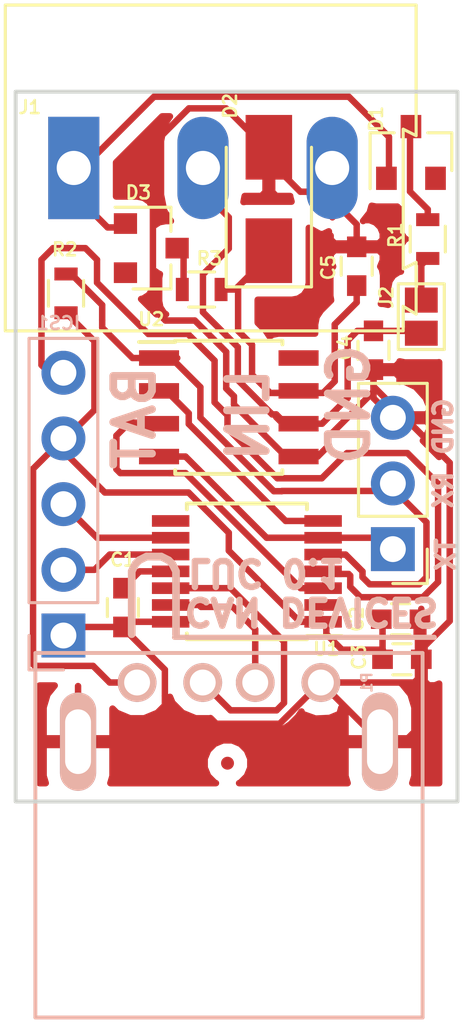
<source format=kicad_pcb>
(kicad_pcb (version 4) (host pcbnew 4.0.4-stable)

  (general
    (links 42)
    (no_connects 0)
    (area 39.574999 26.534999 56.825001 54.135001)
    (thickness 1.6)
    (drawings 15)
    (tracks 258)
    (zones 0)
    (modules 19)
    (nets 19)
  )

  (page A4)
  (layers
    (0 F.Cu signal)
    (31 B.Cu signal)
    (32 B.Adhes user)
    (33 F.Adhes user)
    (34 B.Paste user)
    (35 F.Paste user)
    (36 B.SilkS user)
    (37 F.SilkS user)
    (38 B.Mask user)
    (39 F.Mask user)
    (40 Dwgs.User user)
    (41 Cmts.User user)
    (42 Eco1.User user)
    (43 Eco2.User user)
    (44 Edge.Cuts user)
    (45 Margin user)
    (46 B.CrtYd user)
    (47 F.CrtYd user)
    (48 B.Fab user)
    (49 F.Fab user)
  )

  (setup
    (last_trace_width 0.25)
    (trace_clearance 0.2)
    (zone_clearance 0.508)
    (zone_45_only no)
    (trace_min 0.2)
    (segment_width 0.2)
    (edge_width 0.15)
    (via_size 0.6)
    (via_drill 0.4)
    (via_min_size 0.4)
    (via_min_drill 0.3)
    (uvia_size 0.3)
    (uvia_drill 0.1)
    (uvias_allowed no)
    (uvia_min_size 0.2)
    (uvia_min_drill 0.1)
    (pcb_text_width 0.3)
    (pcb_text_size 1.5 1.5)
    (mod_edge_width 0.15)
    (mod_text_size 0.5 0.5)
    (mod_text_width 0.1)
    (pad_size 1 1)
    (pad_drill 1)
    (pad_to_mask_clearance 0.2)
    (aux_axis_origin 0 0)
    (grid_origin 57.15 54.61)
    (visible_elements 7FFFFF7F)
    (pcbplotparams
      (layerselection 0x010ff_80000001)
      (usegerberextensions false)
      (excludeedgelayer true)
      (linewidth 0.100000)
      (plotframeref false)
      (viasonmask false)
      (mode 1)
      (useauxorigin false)
      (hpglpennumber 1)
      (hpglpenspeed 20)
      (hpglpendiameter 15)
      (hpglpenoverlay 2)
      (psnegative false)
      (psa4output false)
      (plotreference true)
      (plotvalue true)
      (plotinvisibletext false)
      (padsonsilk false)
      (subtractmaskfromsilk false)
      (outputformat 1)
      (mirror false)
      (drillshape 0)
      (scaleselection 1)
      (outputdirectory output/))
  )

  (net 0 "")
  (net 1 GND)
  (net 2 "Net-(P1-Pad3)")
  (net 3 "Net-(P1-Pad2)")
  (net 4 +5V)
  (net 5 "Net-(U1-Pad3)")
  (net 6 /MCLR)
  (net 7 "Net-(U1-Pad7)")
  (net 8 "Net-(ICS1-Pad2)")
  (net 9 "Net-(C1-Pad2)")
  (net 10 +BATT)
  (net 11 "Net-(J2-Pad1)")
  (net 12 "Net-(D1-Pad1)")
  (net 13 "Net-(C4-Pad1)")
  (net 14 "Net-(C5-Pad1)")
  (net 15 "Net-(D3-Pad1)")
  (net 16 "Net-(P2-Pad1)")
  (net 17 "Net-(P2-Pad2)")
  (net 18 "Net-(ICS1-Pad3)")

  (net_class Default "This is the default net class."
    (clearance 0.2)
    (trace_width 0.25)
    (via_dia 0.6)
    (via_drill 0.4)
    (uvia_dia 0.3)
    (uvia_drill 0.1)
    (add_net +5V)
    (add_net +BATT)
    (add_net /MCLR)
    (add_net GND)
    (add_net "Net-(C1-Pad2)")
    (add_net "Net-(C4-Pad1)")
    (add_net "Net-(C5-Pad1)")
    (add_net "Net-(D1-Pad1)")
    (add_net "Net-(D3-Pad1)")
    (add_net "Net-(ICS1-Pad2)")
    (add_net "Net-(ICS1-Pad3)")
    (add_net "Net-(J2-Pad1)")
    (add_net "Net-(P1-Pad2)")
    (add_net "Net-(P1-Pad3)")
    (add_net "Net-(P2-Pad1)")
    (add_net "Net-(P2-Pad2)")
    (add_net "Net-(U1-Pad3)")
    (add_net "Net-(U1-Pad7)")
  )

  (module Capacitors_SMD:C_0603 (layer F.Cu) (tedit 59E500A1) (tstamp 59E5010E)
    (at 53.5 36.61 270)
    (descr "Capacitor SMD 0603, reflow soldering, AVX (see smccp.pdf)")
    (tags "capacitor 0603")
    (path /59E64C14)
    (attr smd)
    (fp_text reference C4 (at -0.1 1.1 270) (layer F.SilkS)
      (effects (font (size 0.5 0.5) (thickness 0.1)))
    )
    (fp_text value 220p (at 0 1.5 270) (layer F.Fab) hide
      (effects (font (size 0.5 0.5) (thickness 0.1)))
    )
    (fp_line (start 1.4 0.65) (end -1.4 0.65) (layer F.CrtYd) (width 0.05))
    (fp_line (start 1.4 0.65) (end 1.4 -0.65) (layer F.CrtYd) (width 0.05))
    (fp_line (start -1.4 -0.65) (end -1.4 0.65) (layer F.CrtYd) (width 0.05))
    (fp_line (start -1.4 -0.65) (end 1.4 -0.65) (layer F.CrtYd) (width 0.05))
    (fp_line (start 0.35 0.6) (end -0.35 0.6) (layer F.SilkS) (width 0.12))
    (fp_line (start -0.35 -0.6) (end 0.35 -0.6) (layer F.SilkS) (width 0.12))
    (fp_line (start -0.8 -0.4) (end 0.8 -0.4) (layer F.Fab) (width 0.1))
    (fp_line (start 0.8 -0.4) (end 0.8 0.4) (layer F.Fab) (width 0.1))
    (fp_line (start 0.8 0.4) (end -0.8 0.4) (layer F.Fab) (width 0.1))
    (fp_line (start -0.8 0.4) (end -0.8 -0.4) (layer F.Fab) (width 0.1))
    (fp_text user %R (at -0.05 0 270) (layer F.Fab)
      (effects (font (size 0.5 0.5) (thickness 0.1)))
    )
    (pad 2 smd rect (at 0.75 0 270) (size 0.8 0.75) (layers F.Cu F.Paste F.Mask)
      (net 1 GND))
    (pad 1 smd rect (at -0.75 0 270) (size 0.8 0.75) (layers F.Cu F.Paste F.Mask)
      (net 13 "Net-(C4-Pad1)"))
    (model Capacitors_SMD.3dshapes/C_0603.wrl
      (at (xyz 0 0 0))
      (scale (xyz 1 1 1))
      (rotate (xyz 0 0 0))
    )
  )

  (module Housings_SSOP:TSSOP-14_4.4x5mm_Pitch0.65mm (layer F.Cu) (tedit 59E23D7B) (tstamp 59E1210A)
    (at 48.6 45.16 180)
    (descr "14-Lead Plastic Thin Shrink Small Outline (ST)-4.4 mm Body [TSSOP] (see Microchip Packaging Specification 00000049BS.pdf)")
    (tags "SSOP 0.65")
    (path /59E11FDE)
    (attr smd)
    (fp_text reference U1 (at -3.075 -3 180) (layer F.SilkS)
      (effects (font (size 0.5 0.5) (thickness 0.1)))
    )
    (fp_text value PIC16F1455-I/ST (at 0 3.55 180) (layer F.Fab) hide
      (effects (font (size 0.5 0.5) (thickness 0.1)))
    )
    (fp_line (start -1.2 -2.5) (end 2.2 -2.5) (layer F.Fab) (width 0.15))
    (fp_line (start 2.2 -2.5) (end 2.2 2.5) (layer F.Fab) (width 0.15))
    (fp_line (start 2.2 2.5) (end -2.2 2.5) (layer F.Fab) (width 0.15))
    (fp_line (start -2.2 2.5) (end -2.2 -1.5) (layer F.Fab) (width 0.15))
    (fp_line (start -2.2 -1.5) (end -1.2 -2.5) (layer F.Fab) (width 0.15))
    (fp_line (start -3.95 -2.8) (end -3.95 2.8) (layer F.CrtYd) (width 0.05))
    (fp_line (start 3.95 -2.8) (end 3.95 2.8) (layer F.CrtYd) (width 0.05))
    (fp_line (start -3.95 -2.8) (end 3.95 -2.8) (layer F.CrtYd) (width 0.05))
    (fp_line (start -3.95 2.8) (end 3.95 2.8) (layer F.CrtYd) (width 0.05))
    (fp_line (start -2.325 -2.625) (end -2.325 -2.5) (layer F.SilkS) (width 0.15))
    (fp_line (start 2.325 -2.625) (end 2.325 -2.4) (layer F.SilkS) (width 0.15))
    (fp_line (start 2.325 2.625) (end 2.325 2.4) (layer F.SilkS) (width 0.15))
    (fp_line (start -2.325 2.625) (end -2.325 2.4) (layer F.SilkS) (width 0.15))
    (fp_line (start -2.325 -2.625) (end 2.325 -2.625) (layer F.SilkS) (width 0.15))
    (fp_line (start -2.325 2.625) (end 2.325 2.625) (layer F.SilkS) (width 0.15))
    (fp_line (start -2.325 -2.5) (end -3.675 -2.5) (layer F.SilkS) (width 0.15))
    (fp_text user %R (at 0 0 180) (layer F.Fab) hide
      (effects (font (size 0.5 0.5) (thickness 0.1)))
    )
    (pad 1 smd rect (at -2.95 -1.95 180) (size 1.45 0.45) (layers F.Cu F.Paste F.Mask)
      (net 4 +5V))
    (pad 2 smd rect (at -2.95 -1.3 180) (size 1.45 0.45) (layers F.Cu F.Paste F.Mask))
    (pad 3 smd rect (at -2.95 -0.65 180) (size 1.45 0.45) (layers F.Cu F.Paste F.Mask)
      (net 5 "Net-(U1-Pad3)"))
    (pad 4 smd rect (at -2.95 0 180) (size 1.45 0.45) (layers F.Cu F.Paste F.Mask)
      (net 6 /MCLR))
    (pad 5 smd rect (at -2.95 0.65 180) (size 1.45 0.45) (layers F.Cu F.Paste F.Mask)
      (net 17 "Net-(P2-Pad2)"))
    (pad 6 smd rect (at -2.95 1.3 180) (size 1.45 0.45) (layers F.Cu F.Paste F.Mask)
      (net 16 "Net-(P2-Pad1)"))
    (pad 7 smd rect (at -2.95 1.95 180) (size 1.45 0.45) (layers F.Cu F.Paste F.Mask)
      (net 7 "Net-(U1-Pad7)"))
    (pad 8 smd rect (at 2.95 1.95 180) (size 1.45 0.45) (layers F.Cu F.Paste F.Mask))
    (pad 9 smd rect (at 2.95 1.3 180) (size 1.45 0.45) (layers F.Cu F.Paste F.Mask)
      (net 18 "Net-(ICS1-Pad3)"))
    (pad 10 smd rect (at 2.95 0.65 180) (size 1.45 0.45) (layers F.Cu F.Paste F.Mask)
      (net 8 "Net-(ICS1-Pad2)"))
    (pad 11 smd rect (at 2.95 0 180) (size 1.45 0.45) (layers F.Cu F.Paste F.Mask)
      (net 9 "Net-(C1-Pad2)"))
    (pad 12 smd rect (at 2.95 -0.65 180) (size 1.45 0.45) (layers F.Cu F.Paste F.Mask)
      (net 3 "Net-(P1-Pad2)"))
    (pad 13 smd rect (at 2.95 -1.3 180) (size 1.45 0.45) (layers F.Cu F.Paste F.Mask)
      (net 2 "Net-(P1-Pad3)"))
    (pad 14 smd rect (at 2.95 -1.95 180) (size 1.45 0.45) (layers F.Cu F.Paste F.Mask)
      (net 1 GND))
    (model ${KISYS3DMOD}/Housings_SSOP.3dshapes/TSSOP-14_4.4x5mm_Pitch0.65mm.wrl
      (at (xyz 0 0 0))
      (scale (xyz 1 1 1))
      (rotate (xyz 0 0 0))
    )
  )

  (module Pin_Headers:Pin_Header_Straight_1x05_Pitch2.54mm (layer B.Cu) (tedit 59E238E0) (tstamp 59E2317D)
    (at 41.5 47.64)
    (descr "Through hole straight pin header, 1x05, 2.54mm pitch, single row")
    (tags "Through hole pin header THT 1x05 2.54mm single row")
    (path /59E225AC)
    (fp_text reference ICS1 (at -0.2 -12.08 180) (layer B.SilkS)
      (effects (font (size 0.5 0.5) (thickness 0.1)) (justify mirror))
    )
    (fp_text value Conn_01x05 (at 0 -12.49) (layer B.Fab) hide
      (effects (font (size 0.5 0.5) (thickness 0.1)) (justify mirror))
    )
    (fp_line (start -0.635 1.27) (end 1.27 1.27) (layer B.Fab) (width 0.1))
    (fp_line (start 1.27 1.27) (end 1.27 -11.43) (layer B.Fab) (width 0.1))
    (fp_line (start 1.27 -11.43) (end -1.27 -11.43) (layer B.Fab) (width 0.1))
    (fp_line (start -1.27 -11.43) (end -1.27 0.635) (layer B.Fab) (width 0.1))
    (fp_line (start -1.27 0.635) (end -0.635 1.27) (layer B.Fab) (width 0.1))
    (fp_line (start -1.33 -11.49) (end 1.33 -11.49) (layer B.SilkS) (width 0.12))
    (fp_line (start -1.33 -1.27) (end -1.33 -11.49) (layer B.SilkS) (width 0.12))
    (fp_line (start 1.33 -1.27) (end 1.33 -11.49) (layer B.SilkS) (width 0.12))
    (fp_line (start -1.33 -1.27) (end 1.33 -1.27) (layer B.SilkS) (width 0.12))
    (fp_line (start -1.33 0) (end -1.33 1.33) (layer B.SilkS) (width 0.12))
    (fp_line (start -1.33 1.33) (end 0 1.33) (layer B.SilkS) (width 0.12))
    (fp_line (start -1.8 1.8) (end -1.8 -11.95) (layer B.CrtYd) (width 0.05))
    (fp_line (start -1.8 -11.95) (end 1.8 -11.95) (layer B.CrtYd) (width 0.05))
    (fp_line (start 1.8 -11.95) (end 1.8 1.8) (layer B.CrtYd) (width 0.05))
    (fp_line (start 1.8 1.8) (end -1.8 1.8) (layer B.CrtYd) (width 0.05))
    (fp_text user %R (at 0 -5.08 270) (layer B.Fab) hide
      (effects (font (size 0.5 0.5) (thickness 0.1)) (justify mirror))
    )
    (pad 1 thru_hole rect (at 0 0) (size 1.7 1.7) (drill 1) (layers *.Cu *.Mask)
      (net 1 GND))
    (pad 2 thru_hole oval (at 0 -2.54) (size 1.7 1.7) (drill 1) (layers *.Cu *.Mask)
      (net 8 "Net-(ICS1-Pad2)"))
    (pad 3 thru_hole oval (at 0 -5.08) (size 1.7 1.7) (drill 1) (layers *.Cu *.Mask)
      (net 18 "Net-(ICS1-Pad3)"))
    (pad 4 thru_hole oval (at 0 -7.62) (size 1.7 1.7) (drill 1) (layers *.Cu *.Mask)
      (net 4 +5V))
    (pad 5 thru_hole oval (at 0 -10.16) (size 1.7 1.7) (drill 1) (layers *.Cu *.Mask)
      (net 6 /MCLR))
    (model ${KISYS3DMOD}/Pin_Headers.3dshapes/Pin_Header_Straight_1x05_Pitch2.54mm.wrl
      (at (xyz 0 0 0))
      (scale (xyz 1 1 1))
      (rotate (xyz 0 0 0))
    )
  )

  (module Connectors:AK300-3 (layer F.Cu) (tedit 59E23102) (tstamp 59E231FF)
    (at 41.9 29.56)
    (descr CONNECTOR)
    (tags CONNECTOR)
    (path /59E22195)
    (fp_text reference J1 (at -1.7 -2.35) (layer F.SilkS)
      (effects (font (size 0.5 0.5) (thickness 0.1)))
    )
    (fp_text value Screw_Terminal_01x03 (at 4.95 7.3) (layer F.Fab) hide
      (effects (font (size 0.5 0.5) (thickness 0.1)))
    )
    (fp_line (start -2.65 -6.3) (end -2.65 6.3) (layer F.SilkS) (width 0.12))
    (fp_line (start -2.65 6.3) (end 12.75 6.3) (layer F.SilkS) (width 0.12))
    (fp_line (start 12.75 6.3) (end 12.75 5.35) (layer F.SilkS) (width 0.12))
    (fp_line (start 12.75 5.35) (end 13.25 5.65) (layer F.SilkS) (width 0.12))
    (fp_line (start 13.25 5.65) (end 13.25 3.65) (layer F.SilkS) (width 0.12))
    (fp_line (start 13.25 3.65) (end 12.75 3.9) (layer F.SilkS) (width 0.12))
    (fp_line (start 12.75 3.9) (end 12.75 -1.5) (layer F.SilkS) (width 0.12))
    (fp_line (start 12.75 -1.5) (end 13.25 -1.25) (layer F.SilkS) (width 0.12))
    (fp_line (start 13.25 -1.25) (end 13.25 -6.3) (layer F.SilkS) (width 0.12))
    (fp_line (start 13.25 -6.3) (end -2.65 -6.3) (layer F.SilkS) (width 0.12))
    (fp_line (start 13.42 -6.47) (end -2.83 -6.47) (layer F.CrtYd) (width 0.05))
    (fp_line (start 13.42 6.47) (end 13.42 -6.47) (layer F.CrtYd) (width 0.05))
    (fp_line (start -2.83 6.47) (end 13.42 6.47) (layer F.CrtYd) (width 0.05))
    (fp_line (start -2.83 -6.47) (end -2.83 6.47) (layer F.CrtYd) (width 0.05))
    (fp_line (start 12.66 -0.65) (end -2.52 -0.65) (layer F.Fab) (width 0.1))
    (fp_line (start 8.02 3.99) (end 8.02 -0.26) (layer F.Fab) (width 0.1))
    (fp_line (start 12.09 6.21) (end 7.58 6.21) (layer F.Fab) (width 0.1))
    (fp_line (start 7.58 -3.19) (end 12.6 -3.19) (layer F.Fab) (width 0.1))
    (fp_line (start -2.58 -6.23) (end 12.66 -6.23) (layer F.Fab) (width 0.1))
    (fp_line (start 8.42 -0.26) (end 11.72 -0.26) (layer F.Fab) (width 0.1))
    (fp_line (start 8.04 -0.26) (end 8.42 -0.26) (layer F.Fab) (width 0.1))
    (fp_line (start 12.1 -0.26) (end 11.72 -0.26) (layer F.Fab) (width 0.1))
    (fp_line (start 8.57 -4.33) (end 11.62 -4.96) (layer F.Fab) (width 0.1))
    (fp_line (start 8.44 -4.46) (end 11.49 -5.09) (layer F.Fab) (width 0.1))
    (fp_line (start 12.1 -3.44) (end 8.04 -3.44) (layer F.Fab) (width 0.1))
    (fp_line (start 12.1 -5.98) (end 12.1 -3.44) (layer F.Fab) (width 0.1))
    (fp_line (start 8.04 -5.98) (end 12.1 -5.98) (layer F.Fab) (width 0.1))
    (fp_line (start 8.04 -3.44) (end 8.04 -5.98) (layer F.Fab) (width 0.1))
    (fp_line (start 12.66 -3.19) (end 12.66 -1.66) (layer F.Fab) (width 0.1))
    (fp_line (start 12.66 -0.65) (end 12.66 4.05) (layer F.Fab) (width 0.1))
    (fp_line (start 12.66 -1.66) (end 12.66 -0.65) (layer F.Fab) (width 0.1))
    (fp_line (start 11.72 0.5) (end 11.34 0.5) (layer F.Fab) (width 0.1))
    (fp_line (start 8.42 0.5) (end 8.8 0.5) (layer F.Fab) (width 0.1))
    (fp_line (start 8.42 3.67) (end 8.42 0.5) (layer F.Fab) (width 0.1))
    (fp_line (start 11.72 3.67) (end 8.42 3.67) (layer F.Fab) (width 0.1))
    (fp_line (start 11.72 3.67) (end 11.72 0.5) (layer F.Fab) (width 0.1))
    (fp_line (start 12.1 4.31) (end 12.1 6.21) (layer F.Fab) (width 0.1))
    (fp_line (start 8.04 4.31) (end 12.1 4.31) (layer F.Fab) (width 0.1))
    (fp_line (start 12.1 6.21) (end 12.66 6.21) (layer F.Fab) (width 0.1))
    (fp_line (start 12.1 -0.26) (end 12.1 4.31) (layer F.Fab) (width 0.1))
    (fp_line (start 8.04 6.21) (end 8.04 4.31) (layer F.Fab) (width 0.1))
    (fp_line (start 13.17 3.8) (end 13.17 5.45) (layer F.Fab) (width 0.1))
    (fp_line (start 12.66 4.05) (end 12.66 5.2) (layer F.Fab) (width 0.1))
    (fp_line (start 13.17 3.8) (end 12.66 4.05) (layer F.Fab) (width 0.1))
    (fp_line (start 12.66 5.2) (end 12.66 6.21) (layer F.Fab) (width 0.1))
    (fp_line (start 13.17 5.45) (end 12.66 5.2) (layer F.Fab) (width 0.1))
    (fp_line (start 13.17 -1.41) (end 12.66 -1.66) (layer F.Fab) (width 0.1))
    (fp_line (start 13.17 -6.23) (end 13.17 -1.41) (layer F.Fab) (width 0.1))
    (fp_line (start 12.66 -6.23) (end 13.17 -6.23) (layer F.Fab) (width 0.1))
    (fp_line (start 12.66 -6.23) (end 12.66 -3.19) (layer F.Fab) (width 0.1))
    (fp_line (start 8.8 2.53) (end 8.8 -0.26) (layer F.Fab) (width 0.1))
    (fp_line (start 8.8 -0.26) (end 11.34 -0.26) (layer F.Fab) (width 0.1))
    (fp_line (start 11.34 2.53) (end 11.34 -0.26) (layer F.Fab) (width 0.1))
    (fp_line (start 8.8 2.53) (end 11.34 2.53) (layer F.Fab) (width 0.1))
    (fp_line (start -1.28 2.53) (end 1.26 2.53) (layer F.Fab) (width 0.1))
    (fp_line (start 1.26 2.53) (end 1.26 -0.26) (layer F.Fab) (width 0.1))
    (fp_line (start -1.28 -0.26) (end 1.26 -0.26) (layer F.Fab) (width 0.1))
    (fp_line (start -1.28 2.53) (end -1.28 -0.26) (layer F.Fab) (width 0.1))
    (fp_line (start 3.72 2.53) (end 6.26 2.53) (layer F.Fab) (width 0.1))
    (fp_line (start 6.26 2.53) (end 6.26 -0.26) (layer F.Fab) (width 0.1))
    (fp_line (start 3.72 -0.26) (end 6.26 -0.26) (layer F.Fab) (width 0.1))
    (fp_line (start 3.72 2.53) (end 3.72 -0.26) (layer F.Fab) (width 0.1))
    (fp_line (start 8.02 5.2) (end 8.02 6.21) (layer F.Fab) (width 0.1))
    (fp_line (start 8.02 4.05) (end 8.02 5.2) (layer F.Fab) (width 0.1))
    (fp_line (start 2.96 6.21) (end 2.96 4.31) (layer F.Fab) (width 0.1))
    (fp_line (start 7.02 -0.26) (end 7.02 4.31) (layer F.Fab) (width 0.1))
    (fp_line (start 2.96 6.21) (end 7.02 6.21) (layer F.Fab) (width 0.1))
    (fp_line (start 7.02 6.21) (end 7.58 6.21) (layer F.Fab) (width 0.1))
    (fp_line (start 2.02 6.21) (end 2.02 4.31) (layer F.Fab) (width 0.1))
    (fp_line (start 2.02 6.21) (end 2.96 6.21) (layer F.Fab) (width 0.1))
    (fp_line (start -2.05 -0.26) (end -2.05 4.31) (layer F.Fab) (width 0.1))
    (fp_line (start -2.58 6.21) (end -2.05 6.21) (layer F.Fab) (width 0.1))
    (fp_line (start -2.05 6.21) (end 2.02 6.21) (layer F.Fab) (width 0.1))
    (fp_line (start 2.96 4.31) (end 7.02 4.31) (layer F.Fab) (width 0.1))
    (fp_line (start 2.96 4.31) (end 2.96 -0.26) (layer F.Fab) (width 0.1))
    (fp_line (start 7.02 4.31) (end 7.02 6.21) (layer F.Fab) (width 0.1))
    (fp_line (start 2.02 4.31) (end -2.05 4.31) (layer F.Fab) (width 0.1))
    (fp_line (start 2.02 4.31) (end 2.02 -0.26) (layer F.Fab) (width 0.1))
    (fp_line (start -2.05 4.31) (end -2.05 6.21) (layer F.Fab) (width 0.1))
    (fp_line (start 6.64 3.67) (end 6.64 0.5) (layer F.Fab) (width 0.1))
    (fp_line (start 6.64 3.67) (end 3.34 3.67) (layer F.Fab) (width 0.1))
    (fp_line (start 3.34 3.67) (end 3.34 0.5) (layer F.Fab) (width 0.1))
    (fp_line (start 1.64 3.67) (end 1.64 0.5) (layer F.Fab) (width 0.1))
    (fp_line (start 1.64 3.67) (end -1.67 3.67) (layer F.Fab) (width 0.1))
    (fp_line (start -1.67 3.67) (end -1.67 0.5) (layer F.Fab) (width 0.1))
    (fp_line (start -1.67 0.5) (end -1.28 0.5) (layer F.Fab) (width 0.1))
    (fp_line (start 1.64 0.5) (end 1.26 0.5) (layer F.Fab) (width 0.1))
    (fp_line (start 3.34 0.5) (end 3.72 0.5) (layer F.Fab) (width 0.1))
    (fp_line (start 6.64 0.5) (end 6.26 0.5) (layer F.Fab) (width 0.1))
    (fp_line (start -2.58 6.21) (end -2.58 -0.65) (layer F.Fab) (width 0.1))
    (fp_line (start -2.58 -0.65) (end -2.58 -3.19) (layer F.Fab) (width 0.1))
    (fp_line (start -2.58 -3.19) (end 7.58 -3.19) (layer F.Fab) (width 0.1))
    (fp_line (start -2.58 -3.19) (end -2.58 -6.23) (layer F.Fab) (width 0.1))
    (fp_line (start 2.96 -3.44) (end 2.96 -5.98) (layer F.Fab) (width 0.1))
    (fp_line (start 2.96 -5.98) (end 7.02 -5.98) (layer F.Fab) (width 0.1))
    (fp_line (start 7.02 -5.98) (end 7.02 -3.44) (layer F.Fab) (width 0.1))
    (fp_line (start 7.02 -3.44) (end 2.96 -3.44) (layer F.Fab) (width 0.1))
    (fp_line (start 2.02 -3.44) (end 2.02 -5.98) (layer F.Fab) (width 0.1))
    (fp_line (start 2.02 -3.44) (end -2.05 -3.44) (layer F.Fab) (width 0.1))
    (fp_line (start -2.05 -3.44) (end -2.05 -5.98) (layer F.Fab) (width 0.1))
    (fp_line (start 2.02 -5.98) (end -2.05 -5.98) (layer F.Fab) (width 0.1))
    (fp_line (start 3.36 -4.46) (end 6.41 -5.09) (layer F.Fab) (width 0.1))
    (fp_line (start 3.49 -4.33) (end 6.54 -4.96) (layer F.Fab) (width 0.1))
    (fp_line (start -1.64 -4.46) (end 1.41 -5.09) (layer F.Fab) (width 0.1))
    (fp_line (start -1.51 -4.33) (end 1.53 -4.96) (layer F.Fab) (width 0.1))
    (fp_line (start -2.05 -0.26) (end -1.67 -0.26) (layer F.Fab) (width 0.1))
    (fp_line (start 2.02 -0.26) (end 1.64 -0.26) (layer F.Fab) (width 0.1))
    (fp_line (start 1.64 -0.26) (end -1.67 -0.26) (layer F.Fab) (width 0.1))
    (fp_line (start 7.02 -0.26) (end 6.64 -0.26) (layer F.Fab) (width 0.1))
    (fp_line (start 2.96 -0.26) (end 3.34 -0.26) (layer F.Fab) (width 0.1))
    (fp_line (start 3.34 -0.26) (end 6.64 -0.26) (layer F.Fab) (width 0.1))
    (fp_arc (start 8.93 -4.66) (end 8.64 -4.14) (angle 104.2) (layer F.Fab) (width 0.1))
    (fp_arc (start 10.04 -3.72) (end 8.44 -5.01) (angle 100) (layer F.Fab) (width 0.1))
    (fp_arc (start 10.12 -6.08) (end 11.58 -4.13) (angle 75.5) (layer F.Fab) (width 0.1))
    (fp_arc (start 11.09 -4.6) (end 11.59 -5.06) (angle 90.5) (layer F.Fab) (width 0.1))
    (fp_arc (start 6.01 -4.6) (end 6.51 -5.06) (angle 90.5) (layer F.Fab) (width 0.1))
    (fp_arc (start 5.04 -6.08) (end 6.5 -4.13) (angle 75.5) (layer F.Fab) (width 0.1))
    (fp_arc (start 4.96 -3.72) (end 3.36 -5.01) (angle 100) (layer F.Fab) (width 0.1))
    (fp_arc (start 3.85 -4.66) (end 3.56 -4.14) (angle 104.2) (layer F.Fab) (width 0.1))
    (fp_arc (start 1 -4.6) (end 1.51 -5.06) (angle 90.5) (layer F.Fab) (width 0.1))
    (fp_arc (start 0.04 -6.08) (end 1.5 -4.13) (angle 75.5) (layer F.Fab) (width 0.1))
    (fp_arc (start -0.04 -3.72) (end -1.64 -5.01) (angle 100) (layer F.Fab) (width 0.1))
    (fp_arc (start -1.16 -4.66) (end -1.44 -4.14) (angle 104.2) (layer F.Fab) (width 0.1))
    (pad 1 thru_hole rect (at 0 0) (size 1.98 3.96) (drill 1.32) (layers *.Cu F.Paste F.Mask)
      (net 10 +BATT))
    (pad 2 thru_hole oval (at 5 0) (size 1.98 3.96) (drill 1.32) (layers *.Cu F.Paste F.Mask)
      (net 13 "Net-(C4-Pad1)"))
    (pad 3 thru_hole oval (at 10 0) (size 1.98 3.96) (drill 1.32) (layers *.Cu F.Paste F.Mask)
      (net 1 GND))
  )

  (module Capacitors_SMD:C_0603 (layer F.Cu) (tedit 59E235EC) (tstamp 59E2355D)
    (at 43.8 46.56 90)
    (descr "Capacitor SMD 0603, reflow soldering, AVX (see smccp.pdf)")
    (tags "capacitor 0603")
    (path /59E21F4D)
    (attr smd)
    (fp_text reference C1 (at 1.85 0 180) (layer F.SilkS)
      (effects (font (size 0.5 0.5) (thickness 0.1)))
    )
    (fp_text value 0.47u (at 0 1.5 90) (layer F.Fab) hide
      (effects (font (size 0.5 0.5) (thickness 0.1)))
    )
    (fp_line (start 1.4 0.65) (end -1.4 0.65) (layer F.CrtYd) (width 0.05))
    (fp_line (start 1.4 0.65) (end 1.4 -0.65) (layer F.CrtYd) (width 0.05))
    (fp_line (start -1.4 -0.65) (end -1.4 0.65) (layer F.CrtYd) (width 0.05))
    (fp_line (start -1.4 -0.65) (end 1.4 -0.65) (layer F.CrtYd) (width 0.05))
    (fp_line (start 0.35 0.6) (end -0.35 0.6) (layer F.SilkS) (width 0.12))
    (fp_line (start -0.35 -0.6) (end 0.35 -0.6) (layer F.SilkS) (width 0.12))
    (fp_line (start -0.8 -0.4) (end 0.8 -0.4) (layer F.Fab) (width 0.1))
    (fp_line (start 0.8 -0.4) (end 0.8 0.4) (layer F.Fab) (width 0.1))
    (fp_line (start 0.8 0.4) (end -0.8 0.4) (layer F.Fab) (width 0.1))
    (fp_line (start -0.8 0.4) (end -0.8 -0.4) (layer F.Fab) (width 0.1))
    (fp_text user %R (at 0 0 90) (layer F.Fab)
      (effects (font (size 0.5 0.5) (thickness 0.1)))
    )
    (pad 2 smd rect (at 0.75 0 90) (size 0.8 0.75) (layers F.Cu F.Paste F.Mask)
      (net 9 "Net-(C1-Pad2)"))
    (pad 1 smd rect (at -0.75 0 90) (size 0.8 0.75) (layers F.Cu F.Paste F.Mask)
      (net 1 GND))
    (model Capacitors_SMD.3dshapes/C_0603.wrl
      (at (xyz 0 0 0))
      (scale (xyz 1 1 1))
      (rotate (xyz 0 0 0))
    )
  )

  (module Capacitors_SMD:C_0603 (layer F.Cu) (tedit 59E235F7) (tstamp 59E2356E)
    (at 54.55 47.01 180)
    (descr "Capacitor SMD 0603, reflow soldering, AVX (see smccp.pdf)")
    (tags "capacitor 0603")
    (path /59E23249)
    (attr smd)
    (fp_text reference C2 (at 1.7 0 270) (layer F.SilkS)
      (effects (font (size 0.5 0.5) (thickness 0.1)))
    )
    (fp_text value 470n (at 0 1.5 180) (layer F.Fab) hide
      (effects (font (size 0.5 0.5) (thickness 0.1)))
    )
    (fp_line (start 1.4 0.65) (end -1.4 0.65) (layer F.CrtYd) (width 0.05))
    (fp_line (start 1.4 0.65) (end 1.4 -0.65) (layer F.CrtYd) (width 0.05))
    (fp_line (start -1.4 -0.65) (end -1.4 0.65) (layer F.CrtYd) (width 0.05))
    (fp_line (start -1.4 -0.65) (end 1.4 -0.65) (layer F.CrtYd) (width 0.05))
    (fp_line (start 0.35 0.6) (end -0.35 0.6) (layer F.SilkS) (width 0.12))
    (fp_line (start -0.35 -0.6) (end 0.35 -0.6) (layer F.SilkS) (width 0.12))
    (fp_line (start -0.8 -0.4) (end 0.8 -0.4) (layer F.Fab) (width 0.1))
    (fp_line (start 0.8 -0.4) (end 0.8 0.4) (layer F.Fab) (width 0.1))
    (fp_line (start 0.8 0.4) (end -0.8 0.4) (layer F.Fab) (width 0.1))
    (fp_line (start -0.8 0.4) (end -0.8 -0.4) (layer F.Fab) (width 0.1))
    (fp_text user %R (at 0 0 180) (layer F.Fab)
      (effects (font (size 0.5 0.5) (thickness 0.1)))
    )
    (pad 2 smd rect (at 0.75 0 180) (size 0.8 0.75) (layers F.Cu F.Paste F.Mask)
      (net 4 +5V))
    (pad 1 smd rect (at -0.75 0 180) (size 0.8 0.75) (layers F.Cu F.Paste F.Mask)
      (net 1 GND))
    (model Capacitors_SMD.3dshapes/C_0603.wrl
      (at (xyz 0 0 0))
      (scale (xyz 1 1 1))
      (rotate (xyz 0 0 0))
    )
  )

  (module Capacitors_SMD:C_0603 (layer F.Cu) (tedit 59E23607) (tstamp 59E2357F)
    (at 54.6 48.56 180)
    (descr "Capacitor SMD 0603, reflow soldering, AVX (see smccp.pdf)")
    (tags "capacitor 0603")
    (path /59E23E7B)
    (attr smd)
    (fp_text reference C3 (at 1.66 0.08 270) (layer F.SilkS)
      (effects (font (size 0.5 0.5) (thickness 0.1)))
    )
    (fp_text value 100n (at 0 1.5 180) (layer F.Fab) hide
      (effects (font (size 0.5 0.5) (thickness 0.1)))
    )
    (fp_line (start 1.4 0.65) (end -1.4 0.65) (layer F.CrtYd) (width 0.05))
    (fp_line (start 1.4 0.65) (end 1.4 -0.65) (layer F.CrtYd) (width 0.05))
    (fp_line (start -1.4 -0.65) (end -1.4 0.65) (layer F.CrtYd) (width 0.05))
    (fp_line (start -1.4 -0.65) (end 1.4 -0.65) (layer F.CrtYd) (width 0.05))
    (fp_line (start 0.35 0.6) (end -0.35 0.6) (layer F.SilkS) (width 0.12))
    (fp_line (start -0.35 -0.6) (end 0.35 -0.6) (layer F.SilkS) (width 0.12))
    (fp_line (start -0.8 -0.4) (end 0.8 -0.4) (layer F.Fab) (width 0.1))
    (fp_line (start 0.8 -0.4) (end 0.8 0.4) (layer F.Fab) (width 0.1))
    (fp_line (start 0.8 0.4) (end -0.8 0.4) (layer F.Fab) (width 0.1))
    (fp_line (start -0.8 0.4) (end -0.8 -0.4) (layer F.Fab) (width 0.1))
    (fp_text user %R (at 0 0 180) (layer F.Fab)
      (effects (font (size 0.5 0.5) (thickness 0.1)))
    )
    (pad 2 smd rect (at 0.75 0 180) (size 0.8 0.75) (layers F.Cu F.Paste F.Mask)
      (net 4 +5V))
    (pad 1 smd rect (at -0.75 0 180) (size 0.8 0.75) (layers F.Cu F.Paste F.Mask)
      (net 1 GND))
    (model Capacitors_SMD.3dshapes/C_0603.wrl
      (at (xyz 0 0 0))
      (scale (xyz 1 1 1))
      (rotate (xyz 0 0 0))
    )
  )

  (module Connectors:GS2 (layer F.Cu) (tedit 59E2361B) (tstamp 59E2358D)
    (at 55.35 35.31)
    (descr "2-pin solder bridge")
    (tags "solder bridge")
    (path /59E23BFA)
    (attr smd)
    (fp_text reference J2 (at -1.35 -0.75 90) (layer F.SilkS)
      (effects (font (size 0.5 0.5) (thickness 0.1)))
    )
    (fp_text value GS2 (at -1.8 0 90) (layer F.Fab) hide
      (effects (font (size 0.5 0.5) (thickness 0.1)))
    )
    (fp_line (start 1.1 -1.45) (end 1.1 1.5) (layer F.CrtYd) (width 0.05))
    (fp_line (start 1.1 1.5) (end -1.1 1.5) (layer F.CrtYd) (width 0.05))
    (fp_line (start -1.1 1.5) (end -1.1 -1.45) (layer F.CrtYd) (width 0.05))
    (fp_line (start -1.1 -1.45) (end 1.1 -1.45) (layer F.CrtYd) (width 0.05))
    (fp_line (start -0.89 -1.27) (end -0.89 1.27) (layer F.SilkS) (width 0.12))
    (fp_line (start 0.89 1.27) (end 0.89 -1.27) (layer F.SilkS) (width 0.12))
    (fp_line (start 0.89 1.27) (end -0.89 1.27) (layer F.SilkS) (width 0.12))
    (fp_line (start -0.89 -1.27) (end 0.89 -1.27) (layer F.SilkS) (width 0.12))
    (pad 1 smd rect (at 0 -0.64) (size 1.27 0.97) (layers F.Cu F.Paste F.Mask)
      (net 11 "Net-(J2-Pad1)"))
    (pad 2 smd rect (at 0 0.64) (size 1.27 0.97) (layers F.Cu F.Paste F.Mask)
      (net 13 "Net-(C4-Pad1)"))
  )

  (module Resistors_SMD:R_0603 (layer F.Cu) (tedit 59E23620) (tstamp 59E2359E)
    (at 55.6 32.31 270)
    (descr "Resistor SMD 0603, reflow soldering, Vishay (see dcrcw.pdf)")
    (tags "resistor 0603")
    (path /59E23574)
    (attr smd)
    (fp_text reference R1 (at -0.15 1.25 270) (layer F.SilkS)
      (effects (font (size 0.5 0.5) (thickness 0.1)))
    )
    (fp_text value 1k (at 0 1.5 270) (layer F.Fab) hide
      (effects (font (size 0.5 0.5) (thickness 0.1)))
    )
    (fp_text user %R (at -0.18 -0.04 270) (layer F.Fab)
      (effects (font (size 0.5 0.5) (thickness 0.1)))
    )
    (fp_line (start -0.8 0.4) (end -0.8 -0.4) (layer F.Fab) (width 0.1))
    (fp_line (start 0.8 0.4) (end -0.8 0.4) (layer F.Fab) (width 0.1))
    (fp_line (start 0.8 -0.4) (end 0.8 0.4) (layer F.Fab) (width 0.1))
    (fp_line (start -0.8 -0.4) (end 0.8 -0.4) (layer F.Fab) (width 0.1))
    (fp_line (start 0.5 0.68) (end -0.5 0.68) (layer F.SilkS) (width 0.12))
    (fp_line (start -0.5 -0.68) (end 0.5 -0.68) (layer F.SilkS) (width 0.12))
    (fp_line (start -1.25 -0.7) (end 1.25 -0.7) (layer F.CrtYd) (width 0.05))
    (fp_line (start -1.25 -0.7) (end -1.25 0.7) (layer F.CrtYd) (width 0.05))
    (fp_line (start 1.25 0.7) (end 1.25 -0.7) (layer F.CrtYd) (width 0.05))
    (fp_line (start 1.25 0.7) (end -1.25 0.7) (layer F.CrtYd) (width 0.05))
    (pad 1 smd rect (at -0.75 0 270) (size 0.5 0.9) (layers F.Cu F.Paste F.Mask)
      (net 12 "Net-(D1-Pad1)"))
    (pad 2 smd rect (at 0.75 0 270) (size 0.5 0.9) (layers F.Cu F.Paste F.Mask)
      (net 11 "Net-(J2-Pad1)"))
    (model ${KISYS3DMOD}/Resistors_SMD.3dshapes/R_0603.wrl
      (at (xyz 0 0 0))
      (scale (xyz 1 1 1))
      (rotate (xyz 0 0 0))
    )
  )

  (module Resistors_SMD:R_0603 (layer F.Cu) (tedit 59E50156) (tstamp 59E5011F)
    (at 41.6 34.41 270)
    (descr "Resistor SMD 0603, reflow soldering, Vishay (see dcrcw.pdf)")
    (tags "resistor 0603")
    (path /59E50B0E)
    (attr smd)
    (fp_text reference R2 (at -1.7 0.05 360) (layer F.SilkS)
      (effects (font (size 0.5 0.5) (thickness 0.1)))
    )
    (fp_text value 4,7k (at 0 1.5 270) (layer F.Fab) hide
      (effects (font (size 0.5 0.5) (thickness 0.1)))
    )
    (fp_text user %R (at 0 0 270) (layer F.Fab)
      (effects (font (size 0.5 0.5) (thickness 0.1)))
    )
    (fp_line (start -0.8 0.4) (end -0.8 -0.4) (layer F.Fab) (width 0.1))
    (fp_line (start 0.8 0.4) (end -0.8 0.4) (layer F.Fab) (width 0.1))
    (fp_line (start 0.8 -0.4) (end 0.8 0.4) (layer F.Fab) (width 0.1))
    (fp_line (start -0.8 -0.4) (end 0.8 -0.4) (layer F.Fab) (width 0.1))
    (fp_line (start 0.5 0.68) (end -0.5 0.68) (layer F.SilkS) (width 0.12))
    (fp_line (start -0.5 -0.68) (end 0.5 -0.68) (layer F.SilkS) (width 0.12))
    (fp_line (start -1.25 -0.7) (end 1.25 -0.7) (layer F.CrtYd) (width 0.05))
    (fp_line (start -1.25 -0.7) (end -1.25 0.7) (layer F.CrtYd) (width 0.05))
    (fp_line (start 1.25 0.7) (end 1.25 -0.7) (layer F.CrtYd) (width 0.05))
    (fp_line (start 1.25 0.7) (end -1.25 0.7) (layer F.CrtYd) (width 0.05))
    (pad 1 smd rect (at -0.75 0 270) (size 0.5 0.9) (layers F.Cu F.Paste F.Mask)
      (net 17 "Net-(P2-Pad2)"))
    (pad 2 smd rect (at 0.75 0 270) (size 0.5 0.9) (layers F.Cu F.Paste F.Mask)
      (net 4 +5V))
    (model ${KISYS3DMOD}/Resistors_SMD.3dshapes/R_0603.wrl
      (at (xyz 0 0 0))
      (scale (xyz 1 1 1))
      (rotate (xyz 0 0 0))
    )
  )

  (module Capacitors_SMD:C_0603 (layer F.Cu) (tedit 59E507F3) (tstamp 59E50858)
    (at 52.85 33.36 90)
    (descr "Capacitor SMD 0603, reflow soldering, AVX (see smccp.pdf)")
    (tags "capacitor 0603")
    (path /59E64A57)
    (attr smd)
    (fp_text reference C5 (at -0.05 -1.1 90) (layer F.SilkS)
      (effects (font (size 0.5 0.5) (thickness 0.1)))
    )
    (fp_text value 1u (at 0 1.5 90) (layer F.Fab) hide
      (effects (font (size 0.5 0.5) (thickness 0.1)))
    )
    (fp_line (start 1.4 0.65) (end -1.4 0.65) (layer F.CrtYd) (width 0.05))
    (fp_line (start 1.4 0.65) (end 1.4 -0.65) (layer F.CrtYd) (width 0.05))
    (fp_line (start -1.4 -0.65) (end -1.4 0.65) (layer F.CrtYd) (width 0.05))
    (fp_line (start -1.4 -0.65) (end 1.4 -0.65) (layer F.CrtYd) (width 0.05))
    (fp_line (start 0.35 0.6) (end -0.35 0.6) (layer F.SilkS) (width 0.12))
    (fp_line (start -0.35 -0.6) (end 0.35 -0.6) (layer F.SilkS) (width 0.12))
    (fp_line (start -0.8 -0.4) (end 0.8 -0.4) (layer F.Fab) (width 0.1))
    (fp_line (start 0.8 -0.4) (end 0.8 0.4) (layer F.Fab) (width 0.1))
    (fp_line (start 0.8 0.4) (end -0.8 0.4) (layer F.Fab) (width 0.1))
    (fp_line (start -0.8 0.4) (end -0.8 -0.4) (layer F.Fab) (width 0.1))
    (fp_text user %R (at 0.025 0.05 270) (layer F.Fab)
      (effects (font (size 0.5 0.5) (thickness 0.1)))
    )
    (pad 2 smd rect (at 0.75 0 90) (size 0.8 0.75) (layers F.Cu F.Paste F.Mask)
      (net 1 GND))
    (pad 1 smd rect (at -0.75 0 90) (size 0.8 0.75) (layers F.Cu F.Paste F.Mask)
      (net 14 "Net-(C5-Pad1)"))
    (model Capacitors_SMD.3dshapes/C_0603.wrl
      (at (xyz 0 0 0))
      (scale (xyz 1 1 1))
      (rotate (xyz 0 0 0))
    )
  )

  (module Diodes_SMD:D_SMA (layer F.Cu) (tedit 59E6458F) (tstamp 59E643B5)
    (at 49.45 30.76 90)
    (descr "Diode SMA (DO-214AC)")
    (tags "Diode SMA (DO-214AC)")
    (path /59E660C8)
    (attr smd)
    (fp_text reference D2 (at 3.6 -1.5 90) (layer F.SilkS)
      (effects (font (size 0.5 0.5) (thickness 0.1)))
    )
    (fp_text value D_Schottky_Small (at 0 2.6 90) (layer F.Fab) hide
      (effects (font (size 0.5 0.5) (thickness 0.1)))
    )
    (fp_text user %R (at 0 -2.5 90) (layer F.Fab)
      (effects (font (size 0.5 0.5) (thickness 0.1)))
    )
    (fp_line (start -3.4 -1.65) (end -3.4 1.65) (layer F.SilkS) (width 0.12))
    (fp_line (start 2.3 1.5) (end -2.3 1.5) (layer F.Fab) (width 0.1))
    (fp_line (start -2.3 1.5) (end -2.3 -1.5) (layer F.Fab) (width 0.1))
    (fp_line (start 2.3 -1.5) (end 2.3 1.5) (layer F.Fab) (width 0.1))
    (fp_line (start 2.3 -1.5) (end -2.3 -1.5) (layer F.Fab) (width 0.1))
    (fp_line (start -3.5 -1.75) (end 3.5 -1.75) (layer F.CrtYd) (width 0.05))
    (fp_line (start 3.5 -1.75) (end 3.5 1.75) (layer F.CrtYd) (width 0.05))
    (fp_line (start 3.5 1.75) (end -3.5 1.75) (layer F.CrtYd) (width 0.05))
    (fp_line (start -3.5 1.75) (end -3.5 -1.75) (layer F.CrtYd) (width 0.05))
    (fp_line (start -0.64944 0.00102) (end -1.55114 0.00102) (layer F.Fab) (width 0.1))
    (fp_line (start 0.50118 0.00102) (end 1.4994 0.00102) (layer F.Fab) (width 0.1))
    (fp_line (start -0.64944 -0.79908) (end -0.64944 0.80112) (layer F.Fab) (width 0.1))
    (fp_line (start 0.50118 0.75032) (end 0.50118 -0.79908) (layer F.Fab) (width 0.1))
    (fp_line (start -0.64944 0.00102) (end 0.50118 0.75032) (layer F.Fab) (width 0.1))
    (fp_line (start -0.64944 0.00102) (end 0.50118 -0.79908) (layer F.Fab) (width 0.1))
    (fp_line (start -3.4 1.65) (end 2 1.65) (layer F.SilkS) (width 0.12))
    (fp_line (start -3.4 -1.65) (end 2 -1.65) (layer F.SilkS) (width 0.12))
    (pad 1 smd rect (at -2 0 90) (size 2.5 1.8) (layers F.Cu F.Paste F.Mask)
      (net 14 "Net-(C5-Pad1)"))
    (pad 2 smd rect (at 2 0 90) (size 2.5 1.8) (layers F.Cu F.Paste F.Mask)
      (net 1 GND))
    (model ${KISYS3DMOD}/Diodes_SMD.3dshapes/D_SMA.wrl
      (at (xyz 0 0 0))
      (scale (xyz 1 1 1))
      (rotate (xyz 0 0 0))
    )
  )

  (module Resistors_SMD:R_0603 (layer F.Cu) (tedit 59E64593) (tstamp 59E643C6)
    (at 46.85 34.26 180)
    (descr "Resistor SMD 0603, reflow soldering, Vishay (see dcrcw.pdf)")
    (tags "resistor 0603")
    (path /59E66A55)
    (attr smd)
    (fp_text reference R3 (at -0.3 1.2 180) (layer F.SilkS)
      (effects (font (size 0.5 0.5) (thickness 0.1)))
    )
    (fp_text value 50 (at 0 1.5 180) (layer F.Fab) hide
      (effects (font (size 0.5 0.5) (thickness 0.1)))
    )
    (fp_text user %R (at 0 0 180) (layer F.Fab)
      (effects (font (size 0.5 0.5) (thickness 0.1)))
    )
    (fp_line (start -0.8 0.4) (end -0.8 -0.4) (layer F.Fab) (width 0.1))
    (fp_line (start 0.8 0.4) (end -0.8 0.4) (layer F.Fab) (width 0.1))
    (fp_line (start 0.8 -0.4) (end 0.8 0.4) (layer F.Fab) (width 0.1))
    (fp_line (start -0.8 -0.4) (end 0.8 -0.4) (layer F.Fab) (width 0.1))
    (fp_line (start 0.5 0.68) (end -0.5 0.68) (layer F.SilkS) (width 0.12))
    (fp_line (start -0.5 -0.68) (end 0.5 -0.68) (layer F.SilkS) (width 0.12))
    (fp_line (start -1.25 -0.7) (end 1.25 -0.7) (layer F.CrtYd) (width 0.05))
    (fp_line (start -1.25 -0.7) (end -1.25 0.7) (layer F.CrtYd) (width 0.05))
    (fp_line (start 1.25 0.7) (end 1.25 -0.7) (layer F.CrtYd) (width 0.05))
    (fp_line (start 1.25 0.7) (end -1.25 0.7) (layer F.CrtYd) (width 0.05))
    (pad 1 smd rect (at -0.75 0 180) (size 0.5 0.9) (layers F.Cu F.Paste F.Mask)
      (net 14 "Net-(C5-Pad1)"))
    (pad 2 smd rect (at 0.75 0 180) (size 0.5 0.9) (layers F.Cu F.Paste F.Mask)
      (net 15 "Net-(D3-Pad1)"))
    (model ${KISYS3DMOD}/Resistors_SMD.3dshapes/R_0603.wrl
      (at (xyz 0 0 0))
      (scale (xyz 1 1 1))
      (rotate (xyz 0 0 0))
    )
  )

  (module Diodes_SMD:D_SOT-23_ANK (layer F.Cu) (tedit 59E6433C) (tstamp 59E644AB)
    (at 54.95 28.96 90)
    (descr "SOT-23, Single Diode")
    (tags SOT-23)
    (path /59E6633A)
    (attr smd)
    (fp_text reference D1 (at 1.3 -1.35 90) (layer F.SilkS)
      (effects (font (size 0.5 0.5) (thickness 0.1)))
    )
    (fp_text value SMBD914E6327HTSA1 (at 0 2.5 90) (layer F.Fab) hide
      (effects (font (size 0.5 0.5) (thickness 0.1)))
    )
    (fp_text user %R (at 0 -2.5 90) (layer F.Fab)
      (effects (font (size 0.5 0.5) (thickness 0.1)))
    )
    (fp_line (start -0.15 -0.45) (end -0.4 -0.45) (layer F.Fab) (width 0.1))
    (fp_line (start -0.15 -0.25) (end 0.15 -0.45) (layer F.Fab) (width 0.1))
    (fp_line (start -0.15 -0.65) (end -0.15 -0.25) (layer F.Fab) (width 0.1))
    (fp_line (start 0.15 -0.45) (end -0.15 -0.65) (layer F.Fab) (width 0.1))
    (fp_line (start 0.15 -0.45) (end 0.4 -0.45) (layer F.Fab) (width 0.1))
    (fp_line (start 0.15 -0.65) (end 0.15 -0.25) (layer F.Fab) (width 0.1))
    (fp_line (start 0.76 1.58) (end 0.76 0.65) (layer F.SilkS) (width 0.12))
    (fp_line (start 0.76 -1.58) (end 0.76 -0.65) (layer F.SilkS) (width 0.12))
    (fp_line (start 0.7 -1.52) (end 0.7 1.52) (layer F.Fab) (width 0.1))
    (fp_line (start -0.7 1.52) (end 0.7 1.52) (layer F.Fab) (width 0.1))
    (fp_line (start -1.7 -1.75) (end 1.7 -1.75) (layer F.CrtYd) (width 0.05))
    (fp_line (start 1.7 -1.75) (end 1.7 1.75) (layer F.CrtYd) (width 0.05))
    (fp_line (start 1.7 1.75) (end -1.7 1.75) (layer F.CrtYd) (width 0.05))
    (fp_line (start -1.7 1.75) (end -1.7 -1.75) (layer F.CrtYd) (width 0.05))
    (fp_line (start 0.76 -1.58) (end -1.4 -1.58) (layer F.SilkS) (width 0.12))
    (fp_line (start -0.7 -1.52) (end 0.7 -1.52) (layer F.Fab) (width 0.1))
    (fp_line (start -0.7 -1.52) (end -0.7 1.52) (layer F.Fab) (width 0.1))
    (fp_line (start 0.76 1.58) (end -0.7 1.58) (layer F.SilkS) (width 0.12))
    (pad 2 smd rect (at -1 -0.95 90) (size 0.9 0.8) (layers F.Cu F.Paste F.Mask)
      (net 10 +BATT))
    (pad "" smd rect (at -1 0.95 90) (size 0.9 0.8) (layers F.Cu F.Paste F.Mask))
    (pad 1 smd rect (at 1 0 90) (size 0.9 0.8) (layers F.Cu F.Paste F.Mask)
      (net 12 "Net-(D1-Pad1)"))
    (model ${KISYS3DMOD}/Diodes_SMD.3dshapes/D_SOT-23.wrl
      (at (xyz 0 0 0))
      (scale (xyz 1 1 1))
      (rotate (xyz 0 0 0))
    )
  )

  (module Diodes_SMD:D_SOT-23_ANK (layer F.Cu) (tedit 59E648BB) (tstamp 59E64E4C)
    (at 44.9 32.66)
    (descr "SOT-23, Single Diode")
    (tags SOT-23)
    (path /59E69913)
    (attr smd)
    (fp_text reference D3 (at -0.5 -2.15) (layer F.SilkS)
      (effects (font (size 0.5 0.5) (thickness 0.1)))
    )
    (fp_text value SMBD914E6327HTSA1 (at 0 2.5) (layer F.Fab) hide
      (effects (font (size 0.5 0.5) (thickness 0.1)))
    )
    (fp_text user %R (at -0.5 -2.15) (layer F.Fab)
      (effects (font (size 0.5 0.5) (thickness 0.1)))
    )
    (fp_line (start -0.15 -0.45) (end -0.4 -0.45) (layer F.Fab) (width 0.1))
    (fp_line (start -0.15 -0.25) (end 0.15 -0.45) (layer F.Fab) (width 0.1))
    (fp_line (start -0.15 -0.65) (end -0.15 -0.25) (layer F.Fab) (width 0.1))
    (fp_line (start 0.15 -0.45) (end -0.15 -0.65) (layer F.Fab) (width 0.1))
    (fp_line (start 0.15 -0.45) (end 0.4 -0.45) (layer F.Fab) (width 0.1))
    (fp_line (start 0.15 -0.65) (end 0.15 -0.25) (layer F.Fab) (width 0.1))
    (fp_line (start 0.76 1.58) (end 0.76 0.65) (layer F.SilkS) (width 0.12))
    (fp_line (start 0.76 -1.58) (end 0.76 -0.65) (layer F.SilkS) (width 0.12))
    (fp_line (start 0.7 -1.52) (end 0.7 1.52) (layer F.Fab) (width 0.1))
    (fp_line (start -0.7 1.52) (end 0.7 1.52) (layer F.Fab) (width 0.1))
    (fp_line (start -1.7 -1.75) (end 1.7 -1.75) (layer F.CrtYd) (width 0.05))
    (fp_line (start 1.7 -1.75) (end 1.7 1.75) (layer F.CrtYd) (width 0.05))
    (fp_line (start 1.7 1.75) (end -1.7 1.75) (layer F.CrtYd) (width 0.05))
    (fp_line (start -1.7 1.75) (end -1.7 -1.75) (layer F.CrtYd) (width 0.05))
    (fp_line (start 0.76 -1.58) (end -1.4 -1.58) (layer F.SilkS) (width 0.12))
    (fp_line (start -0.7 -1.52) (end 0.7 -1.52) (layer F.Fab) (width 0.1))
    (fp_line (start -0.7 -1.52) (end -0.7 1.52) (layer F.Fab) (width 0.1))
    (fp_line (start 0.76 1.58) (end -0.7 1.58) (layer F.SilkS) (width 0.12))
    (pad 2 smd rect (at -1 -0.95) (size 0.9 0.8) (layers F.Cu F.Paste F.Mask)
      (net 10 +BATT))
    (pad "" smd rect (at -1 0.95) (size 0.9 0.8) (layers F.Cu F.Paste F.Mask))
    (pad 1 smd rect (at 1 0) (size 0.9 0.8) (layers F.Cu F.Paste F.Mask)
      (net 15 "Net-(D3-Pad1)"))
    (model ${KISYS3DMOD}/Diodes_SMD.3dshapes/D_SOT-23.wrl
      (at (xyz 0 0 0))
      (scale (xyz 1 1 1))
      (rotate (xyz 0 0 0))
    )
  )

  (module Housings_SOIC:SOIC-8_3.9x4.9mm_Pitch1.27mm (layer F.Cu) (tedit 59E79CC9) (tstamp 59E79D60)
    (at 47.9 38.815)
    (descr "8-Lead Plastic Small Outline (SN) - Narrow, 3.90 mm Body [SOIC] (see Microchip Packaging Specification 00000049BS.pdf)")
    (tags "SOIC 1.27")
    (path /59E11E5F)
    (attr smd)
    (fp_text reference U2 (at -3 -3.405) (layer F.SilkS)
      (effects (font (size 0.5 0.5) (thickness 0.1)))
    )
    (fp_text value MCP2003B-E/SN (at 0 3.5) (layer F.Fab) hide
      (effects (font (size 0.5 0.5) (thickness 0.1)))
    )
    (fp_text user %R (at 0 0) (layer F.Fab)
      (effects (font (size 0.5 0.5) (thickness 0.1)))
    )
    (fp_line (start -0.95 -2.45) (end 1.95 -2.45) (layer F.Fab) (width 0.1))
    (fp_line (start 1.95 -2.45) (end 1.95 2.45) (layer F.Fab) (width 0.1))
    (fp_line (start 1.95 2.45) (end -1.95 2.45) (layer F.Fab) (width 0.1))
    (fp_line (start -1.95 2.45) (end -1.95 -1.45) (layer F.Fab) (width 0.1))
    (fp_line (start -1.95 -1.45) (end -0.95 -2.45) (layer F.Fab) (width 0.1))
    (fp_line (start -3.73 -2.7) (end -3.73 2.7) (layer F.CrtYd) (width 0.05))
    (fp_line (start 3.73 -2.7) (end 3.73 2.7) (layer F.CrtYd) (width 0.05))
    (fp_line (start -3.73 -2.7) (end 3.73 -2.7) (layer F.CrtYd) (width 0.05))
    (fp_line (start -3.73 2.7) (end 3.73 2.7) (layer F.CrtYd) (width 0.05))
    (fp_line (start -2.075 -2.575) (end -2.075 -2.525) (layer F.SilkS) (width 0.15))
    (fp_line (start 2.075 -2.575) (end 2.075 -2.43) (layer F.SilkS) (width 0.15))
    (fp_line (start 2.075 2.575) (end 2.075 2.43) (layer F.SilkS) (width 0.15))
    (fp_line (start -2.075 2.575) (end -2.075 2.43) (layer F.SilkS) (width 0.15))
    (fp_line (start -2.075 -2.575) (end 2.075 -2.575) (layer F.SilkS) (width 0.15))
    (fp_line (start -2.075 2.575) (end 2.075 2.575) (layer F.SilkS) (width 0.15))
    (fp_line (start -2.075 -2.525) (end -3.475 -2.525) (layer F.SilkS) (width 0.15))
    (pad 1 smd rect (at -2.7 -1.905) (size 1.55 0.6) (layers F.Cu F.Paste F.Mask)
      (net 17 "Net-(P2-Pad2)"))
    (pad 2 smd rect (at -2.7 -0.635) (size 1.55 0.6) (layers F.Cu F.Paste F.Mask)
      (net 7 "Net-(U1-Pad7)"))
    (pad 3 smd rect (at -2.7 0.635) (size 1.55 0.6) (layers F.Cu F.Paste F.Mask)
      (net 5 "Net-(U1-Pad3)"))
    (pad 4 smd rect (at -2.7 1.905) (size 1.55 0.6) (layers F.Cu F.Paste F.Mask)
      (net 16 "Net-(P2-Pad1)"))
    (pad 5 smd rect (at 2.7 1.905) (size 1.55 0.6) (layers F.Cu F.Paste F.Mask)
      (net 1 GND))
    (pad 6 smd rect (at 2.7 0.635) (size 1.55 0.6) (layers F.Cu F.Paste F.Mask)
      (net 13 "Net-(C4-Pad1)"))
    (pad 7 smd rect (at 2.7 -0.635) (size 1.55 0.6) (layers F.Cu F.Paste F.Mask)
      (net 14 "Net-(C5-Pad1)"))
    (pad 8 smd rect (at 2.7 -1.905) (size 1.55 0.6) (layers F.Cu F.Paste F.Mask))
    (model ${KISYS3DMOD}/Housings_SOIC.3dshapes/SOIC-8_3.9x4.9mm_Pitch1.27mm.wrl
      (at (xyz 0 0 0))
      (scale (xyz 1 1 1))
      (rotate (xyz 0 0 0))
    )
  )

  (module Pin_Headers:Pin_Header_Straight_1x03_Pitch2.54mm (layer F.Cu) (tedit 59E7A88B) (tstamp 59E765D6)
    (at 54.25 44.3 180)
    (descr "Through hole straight pin header, 1x03, 2.54mm pitch, single row")
    (tags "Through hole pin header THT 1x03 2.54mm single row")
    (path /59E7CE46)
    (fp_text reference P2 (at 0 -2.33 180) (layer F.SilkS) hide
      (effects (font (size 1 1) (thickness 0.15)))
    )
    (fp_text value UART_TTL (at 0 7.41 180) (layer F.Fab) hide
      (effects (font (size 1 1) (thickness 0.15)))
    )
    (fp_line (start -0.635 -1.27) (end 1.27 -1.27) (layer F.Fab) (width 0.1))
    (fp_line (start 1.27 -1.27) (end 1.27 6.35) (layer F.Fab) (width 0.1))
    (fp_line (start 1.27 6.35) (end -1.27 6.35) (layer F.Fab) (width 0.1))
    (fp_line (start -1.27 6.35) (end -1.27 -0.635) (layer F.Fab) (width 0.1))
    (fp_line (start -1.27 -0.635) (end -0.635 -1.27) (layer F.Fab) (width 0.1))
    (fp_line (start -1.33 6.41) (end 1.33 6.41) (layer F.SilkS) (width 0.12))
    (fp_line (start -1.33 1.27) (end -1.33 6.41) (layer F.SilkS) (width 0.12))
    (fp_line (start 1.33 1.27) (end 1.33 6.41) (layer F.SilkS) (width 0.12))
    (fp_line (start -1.33 1.27) (end 1.33 1.27) (layer F.SilkS) (width 0.12))
    (fp_line (start -1.33 0) (end -1.33 -1.33) (layer F.SilkS) (width 0.12))
    (fp_line (start -1.33 -1.33) (end 0 -1.33) (layer F.SilkS) (width 0.12))
    (fp_line (start -1.8 -1.8) (end -1.8 6.85) (layer F.CrtYd) (width 0.05))
    (fp_line (start -1.8 6.85) (end 1.8 6.85) (layer F.CrtYd) (width 0.05))
    (fp_line (start 1.8 6.85) (end 1.8 -1.8) (layer F.CrtYd) (width 0.05))
    (fp_line (start 1.8 -1.8) (end -1.8 -1.8) (layer F.CrtYd) (width 0.05))
    (fp_text user %R (at -0.05 2.59 270) (layer F.Fab)
      (effects (font (size 1 1) (thickness 0.15)))
    )
    (pad 1 thru_hole rect (at 0 0 180) (size 1.7 1.7) (drill 1) (layers *.Cu *.Mask)
      (net 16 "Net-(P2-Pad1)"))
    (pad 2 thru_hole oval (at 0 2.54 180) (size 1.7 1.7) (drill 1) (layers *.Cu *.Mask)
      (net 17 "Net-(P2-Pad2)"))
    (pad 3 thru_hole oval (at 0 5.08 180) (size 1.7 1.7) (drill 1) (layers *.Cu *.Mask)
      (net 1 GND))
    (model ${KISYS3DMOD}/Pin_Headers.3dshapes/Pin_Header_Straight_1x03_Pitch2.54mm.wrl
      (at (xyz 0 0 0))
      (scale (xyz 1 1 1))
      (rotate (xyz 0 0 0))
    )
  )

  (module uCLUCE_PCB:FICUCIAL_MIN (layer B.Cu) (tedit 5A1C44F4) (tstamp 5A1C4600)
    (at 47.85 52.578)
    (descr "Circular Fiducial, 1mm bare copper bottom; 2.54mm keepout")
    (tags marker)
    (path /59E769F4)
    (attr virtual)
    (fp_text reference U3 (at 3.4 -0.7) (layer B.SilkS) hide
      (effects (font (size 0.5 0.5) (thickness 0.1)) (justify mirror))
    )
    (fp_text value fiducial (at 0 1.8) (layer B.Fab) hide
      (effects (font (size 0.5 0.5) (thickness 0.1)) (justify mirror))
    )
    (fp_circle (center 0 0) (end 1 0) (layer F.CrtYd) (width 0.05))
    (pad ~ smd circle (at 0 0) (size 0.5 0.5) (layers F.Cu F.Mask)
      (solder_mask_margin 0.5) (clearance 0.5))
  )

  (module uCLUCE_PCB:USB_A_DS1097R (layer B.Cu) (tedit 5A1C46F1) (tstamp 5A1C2DC4)
    (at 51.464 49.46 180)
    (descr "USB A connector")
    (tags "USB USB_A")
    (path /59E12103)
    (fp_text reference P1 (at -1.778 0 450) (layer B.SilkS)
      (effects (font (size 0.4 0.4) (thickness 0.09)) (justify mirror))
    )
    (fp_text value USB_A (at 3.83794 -7.43458 180) (layer B.Fab) hide
      (effects (font (size 1 1) (thickness 0.15)) (justify mirror))
    )
    (fp_line (start -5.3 -13.2) (end -5.3 1.4) (layer B.CrtYd) (width 0.05))
    (fp_line (start 11.95 1.4) (end 11.95 -13.2) (layer B.CrtYd) (width 0.05))
    (fp_line (start -5.3 -13.2) (end 11.95 -13.2) (layer B.CrtYd) (width 0.05))
    (fp_line (start -5.3 1.4) (end 11.95 1.4) (layer B.CrtYd) (width 0.05))
    (fp_line (start 11.04986 1.14512) (end 11.04986 -12.95188) (layer B.SilkS) (width 0.15))
    (fp_line (start -3.93614 -12.95188) (end -3.93614 1.14512) (layer B.SilkS) (width 0.15))
    (fp_line (start 11.04986 1.14512) (end -3.93614 1.14512) (layer B.SilkS) (width 0.15))
    (fp_line (start 11.04986 -12.95188) (end -3.93614 -12.95188) (layer B.SilkS) (width 0.15))
    (pad 1 thru_hole circle (at 7.11286 0.00212 270) (size 1.50114 1.50114) (drill 1.00076) (layers *.Cu *.Mask B.SilkS)
      (net 4 +5V))
    (pad 2 thru_hole circle (at 4.57286 0.00212 270) (size 1.50114 1.50114) (drill 1.00076) (layers *.Cu *.Mask B.SilkS)
      (net 3 "Net-(P1-Pad2)"))
    (pad 3 thru_hole circle (at 2.54086 0.00212 270) (size 1.50114 1.50114) (drill 1.00076) (layers *.Cu *.Mask B.SilkS)
      (net 2 "Net-(P1-Pad3)"))
    (pad 4 thru_hole circle (at 0.00086 0.00212 270) (size 1.50114 1.50114) (drill 1.00076) (layers *.Cu *.Mask B.SilkS)
      (net 1 GND))
    (pad 5 thru_hole oval (at 9.398 -2.286 270) (size 3.8 1.4) (drill oval 2.5 1) (layers *.Cu *.Mask B.SilkS)
      (net 1 GND))
    (pad 5 thru_hole oval (at -2.286 -2.286 270) (size 3.8 1.4) (drill oval 2.5 1) (layers *.Cu *.Mask B.SilkS)
      (net 1 GND))
    (model Connect.3dshapes/USB_A.wrl
      (at (xyz 0.14 0 0))
      (scale (xyz 1 1 1))
      (rotate (xyz 0 0 90))
    )
  )

  (gr_text GND (at 52.55 38.71 90) (layer B.SilkS)
    (effects (font (size 1.5 1.5) (thickness 0.3)) (justify mirror))
  )
  (gr_text GND (at 56.2 39.56 90) (layer B.SilkS) (tstamp 59E7A85D)
    (effects (font (size 0.7 0.7) (thickness 0.175)) (justify mirror))
  )
  (gr_text TX (at 56.3 44.51 90) (layer B.SilkS) (tstamp 59E780A5)
    (effects (font (size 0.7 0.7) (thickness 0.175)) (justify mirror))
  )
  (gr_text RX (at 56.2 42.01 90) (layer B.SilkS)
    (effects (font (size 0.7 0.7) (thickness 0.175)) (justify mirror))
  )
  (gr_text "CAN DEVICES" (at 51.1 46.71 180) (layer B.SilkS)
    (effects (font (size 1 1) (thickness 0.25)) (justify mirror))
  )
  (gr_text "LUC 0.1" (at 49.35 45.21 180) (layer B.SilkS)
    (effects (font (size 1 1) (thickness 0.25)) (justify mirror))
  )
  (gr_line (start 52.6 47.71) (end 55.85 47.71) (layer B.SilkS) (width 0.2))
  (gr_line (start 45.8 47.71) (end 52.6 47.71) (layer B.SilkS) (width 0.2))
  (gr_text U (at 45 45.96 180) (layer B.SilkS)
    (effects (font (size 3 3) (thickness 0.3)) (justify mirror))
  )
  (gr_text BAT (at 44.25 39.21 90) (layer B.SilkS)
    (effects (font (size 1.5 1.5) (thickness 0.3)) (justify mirror))
  )
  (gr_text LIN (at 48.65 39.11 90) (layer B.SilkS)
    (effects (font (size 1.5 1.5) (thickness 0.3)) (justify mirror))
  )
  (gr_line (start 39.65 26.61) (end 56.75 26.61) (angle 90) (layer Edge.Cuts) (width 0.15))
  (gr_line (start 39.65 54.06) (end 39.65 26.61) (angle 90) (layer Edge.Cuts) (width 0.15))
  (gr_line (start 56.75 54.06) (end 39.65 54.06) (angle 90) (layer Edge.Cuts) (width 0.15))
  (gr_line (start 56.75 54.06) (end 56.75 26.61) (angle 90) (layer Edge.Cuts) (width 0.15))

  (segment (start 51.46314 49.45788) (end 55.07712 49.45788) (width 0.25) (layer F.Cu) (net 1))
  (segment (start 55.07712 49.45788) (end 55.35 49.185) (width 0.25) (layer F.Cu) (net 1))
  (segment (start 55.35 49.185) (end 55.35 48.56) (width 0.25) (layer F.Cu) (net 1))
  (segment (start 56.450022 47.079978) (end 55.35 48.18) (width 0.25) (layer F.Cu) (net 1))
  (segment (start 53.5 38.01) (end 56.450022 40.960022) (width 0.25) (layer F.Cu) (net 1))
  (segment (start 53.5 37.36) (end 53.5 38.01) (width 0.25) (layer F.Cu) (net 1))
  (segment (start 56.450022 40.960022) (end 56.450022 47.079978) (width 0.25) (layer F.Cu) (net 1))
  (segment (start 48.10002 38.387199) (end 47.800033 38.087212) (width 0.25) (layer F.Cu) (net 1))
  (segment (start 46.586411 35.46) (end 45.45 35.46) (width 0.25) (layer F.Cu) (net 1))
  (segment (start 49.7 40.31) (end 48.10002 38.71002) (width 0.25) (layer F.Cu) (net 1))
  (segment (start 47.79499 27.25499) (end 49.45 28.91) (width 0.25) (layer F.Cu) (net 1))
  (segment (start 44.963612 28.646684) (end 46.355306 27.25499) (width 0.25) (layer F.Cu) (net 1))
  (segment (start 48.10002 38.71002) (end 48.10002 38.387199) (width 0.25) (layer F.Cu) (net 1))
  (segment (start 47.800033 38.087212) (end 47.800033 36.673622) (width 0.25) (layer F.Cu) (net 1))
  (segment (start 47.800033 36.673622) (end 46.586411 35.46) (width 0.25) (layer F.Cu) (net 1))
  (segment (start 45.45 35.46) (end 44.963612 34.973612) (width 0.25) (layer F.Cu) (net 1))
  (segment (start 44.963612 34.973612) (end 44.963612 28.646684) (width 0.25) (layer F.Cu) (net 1))
  (segment (start 46.355306 27.25499) (end 47.79499 27.25499) (width 0.25) (layer F.Cu) (net 1))
  (segment (start 45.426711 50.426287) (end 46.054424 51.054) (width 0.25) (layer F.Cu) (net 1))
  (segment (start 46.054424 51.054) (end 49.86702 51.054) (width 0.25) (layer F.Cu) (net 1))
  (segment (start 49.86702 51.054) (end 50.387569 50.533451) (width 0.25) (layer F.Cu) (net 1))
  (segment (start 45.775 47.11) (end 44 47.11) (width 0.25) (layer F.Cu) (net 1))
  (segment (start 44 47.11) (end 43.8 47.31) (width 0.25) (layer F.Cu) (net 1))
  (segment (start 45.426711 49.974155) (end 45.426711 50.426287) (width 0.25) (layer F.Cu) (net 1))
  (segment (start 45.426711 50.426287) (end 44.106998 51.746) (width 0.25) (layer F.Cu) (net 1))
  (segment (start 44.106998 51.746) (end 43.016 51.746) (width 0.25) (layer F.Cu) (net 1))
  (segment (start 43.016 51.746) (end 42.066 51.746) (width 0.25) (layer F.Cu) (net 1))
  (segment (start 51.46314 49.45788) (end 50.387569 50.533451) (width 0.25) (layer F.Cu) (net 1))
  (segment (start 45.426711 48.961711) (end 43.8 47.335) (width 0.25) (layer F.Cu) (net 1))
  (segment (start 45.426711 49.974155) (end 45.426711 48.961711) (width 0.25) (layer F.Cu) (net 1))
  (segment (start 43.8 47.335) (end 43.8 47.31) (width 0.25) (layer F.Cu) (net 1))
  (segment (start 43.8 47.31) (end 41.83 47.31) (width 0.25) (layer F.Cu) (net 1))
  (segment (start 41.83 47.31) (end 41.5 47.64) (width 0.25) (layer F.Cu) (net 1))
  (segment (start 41.5 51.18) (end 42.066 51.746) (width 0.25) (layer F.Cu) (net 1))
  (segment (start 51.46314 49.45788) (end 53.75 51.74474) (width 0.25) (layer F.Cu) (net 1))
  (segment (start 53.75 51.74474) (end 53.75 51.746) (width 0.25) (layer F.Cu) (net 1))
  (segment (start 42.066 51.746) (end 42.066 49.596) (width 0.25) (layer F.Cu) (net 1))
  (segment (start 53.5 38.21) (end 53.5 38.46) (width 0.25) (layer F.Cu) (net 1))
  (segment (start 53.5 38.46) (end 54.55 39.51) (width 0.25) (layer F.Cu) (net 1))
  (segment (start 51.75 39.96) (end 51.75 40.31) (width 0.25) (layer F.Cu) (net 1))
  (segment (start 51.75 40.31) (end 51.34 40.72) (width 0.25) (layer F.Cu) (net 1))
  (segment (start 51.34 40.72) (end 50.6 40.72) (width 0.25) (layer F.Cu) (net 1))
  (segment (start 53.5 37.36) (end 53.5 38.21) (width 0.25) (layer F.Cu) (net 1))
  (segment (start 53.5 38.21) (end 51.75 39.96) (width 0.25) (layer F.Cu) (net 1))
  (segment (start 49.805 40.415) (end 49.7 40.31) (width 0.25) (layer F.Cu) (net 1))
  (segment (start 50.6 40.72) (end 50.11 40.72) (width 0.25) (layer F.Cu) (net 1))
  (segment (start 50.11 40.72) (end 49.7 40.31) (width 0.25) (layer F.Cu) (net 1))
  (segment (start 51.91 30.48) (end 51.4 30.99) (width 0.25) (layer B.Cu) (net 1))
  (segment (start 43.8 47.31) (end 44.125 47.31) (width 0.25) (layer F.Cu) (net 1))
  (segment (start 52.8 51.746) (end 53.75 51.746) (width 0.25) (layer F.Cu) (net 1))
  (segment (start 51.91 29.81) (end 51.91 30.8) (width 0.25) (layer F.Cu) (net 1))
  (segment (start 51.91 30.8) (end 52.85 31.74) (width 0.25) (layer F.Cu) (net 1))
  (segment (start 52.85 31.74) (end 52.85 32.61) (width 0.25) (layer F.Cu) (net 1))
  (segment (start 55.35 46.61) (end 55.35 48.18) (width 0.25) (layer F.Cu) (net 1))
  (segment (start 42.066 51.74302) (end 42.066 51.746) (width 0.25) (layer F.Cu) (net 1))
  (segment (start 53.75 51.746) (end 54.7 51.746) (width 0.25) (layer F.Cu) (net 1))
  (segment (start 54.7 51.746) (end 55.36 51.086) (width 0.25) (layer F.Cu) (net 1))
  (segment (start 55.36 51.086) (end 55.36 48.815) (width 0.25) (layer F.Cu) (net 1))
  (segment (start 55.36 48.815) (end 55.36 48.19) (width 0.25) (layer F.Cu) (net 1))
  (segment (start 55.35 48.18) (end 55.36 48.19) (width 0.25) (layer F.Cu) (net 1))
  (segment (start 49.45 28.61) (end 49.45 29.26) (width 0.25) (layer F.Cu) (net 1))
  (segment (start 49.45 29.26) (end 50.67 30.48) (width 0.25) (layer F.Cu) (net 1))
  (segment (start 50.67 30.48) (end 51.91 30.48) (width 0.25) (layer F.Cu) (net 1))
  (segment (start 51.91 31.47) (end 51.91 30.48) (width 0.25) (layer F.Cu) (net 1))
  (segment (start 52.145 30.48) (end 52.12 30.48) (width 0.25) (layer F.Cu) (net 1))
  (segment (start 52.12 30.48) (end 51.91 30.48) (width 0.25) (layer F.Cu) (net 1))
  (segment (start 41.5 48.19) (end 41.48 48.19) (width 0.25) (layer F.Cu) (net 1))
  (segment (start 41.05 48.19) (end 42.15 48.19) (width 0.25) (layer B.Cu) (net 1))
  (segment (start 48.92314 49.45788) (end 48.92314 47.39914) (width 0.25) (layer F.Cu) (net 2))
  (segment (start 46.75 46.46) (end 45.775 46.46) (width 0.25) (layer F.Cu) (net 2))
  (segment (start 48.92314 47.39914) (end 48.059001 46.535001) (width 0.25) (layer F.Cu) (net 2))
  (segment (start 48.059001 46.535001) (end 46.825001 46.535001) (width 0.25) (layer F.Cu) (net 2))
  (segment (start 46.825001 46.535001) (end 46.75 46.46) (width 0.25) (layer F.Cu) (net 2))
  (segment (start 48.92314 49.68686) (end 48.92314 49.45788) (width 0.25) (layer F.Cu) (net 2))
  (segment (start 45.775 45.81) (end 47.97041 45.81) (width 0.25) (layer F.Cu) (net 3))
  (segment (start 47.97041 45.81) (end 50.038 47.87759) (width 0.25) (layer F.Cu) (net 3))
  (segment (start 49.751159 50.533451) (end 47.966711 50.533451) (width 0.25) (layer F.Cu) (net 3))
  (segment (start 50.038 47.87759) (end 50.038 50.24661) (width 0.25) (layer F.Cu) (net 3))
  (segment (start 47.641709 50.208449) (end 46.89114 49.45788) (width 0.25) (layer F.Cu) (net 3))
  (segment (start 50.038 50.24661) (end 49.751159 50.533451) (width 0.25) (layer F.Cu) (net 3))
  (segment (start 47.966711 50.533451) (end 47.641709 50.208449) (width 0.25) (layer F.Cu) (net 3))
  (segment (start 46.89114 49.45788) (end 46.91788 49.45788) (width 0.25) (layer F.Cu) (net 3))
  (segment (start 46.91788 49.45788) (end 46.99 49.53) (width 0.25) (layer F.Cu) (net 3))
  (segment (start 46.99 49.53) (end 46.659998 49.53) (width 0.25) (layer F.Cu) (net 3))
  (segment (start 53.85 48.56) (end 53.85 47.06) (width 0.25) (layer F.Cu) (net 4))
  (segment (start 53.85 47.06) (end 53.8 47.01) (width 0.25) (layer F.Cu) (net 4))
  (segment (start 47.9 44.36) (end 50.65 47.11) (width 0.25) (layer F.Cu) (net 4))
  (segment (start 47.9 43.667821) (end 47.9 44.36) (width 0.25) (layer F.Cu) (net 4))
  (segment (start 43.1 42.11) (end 46.34218 42.11) (width 0.25) (layer F.Cu) (net 4))
  (segment (start 41.56 40.57) (end 43.1 42.11) (width 0.25) (layer F.Cu) (net 4))
  (segment (start 50.7 47.11) (end 51.675 47.11) (width 0.25) (layer F.Cu) (net 4))
  (segment (start 41.05 40.57) (end 41.56 40.57) (width 0.25) (layer F.Cu) (net 4))
  (segment (start 46.34218 42.11) (end 47.9 43.667821) (width 0.25) (layer F.Cu) (net 4))
  (segment (start 50.65 47.11) (end 50.7 47.11) (width 0.25) (layer F.Cu) (net 4))
  (segment (start 44.35114 49.45788) (end 43.289674 49.45788) (width 0.25) (layer F.Cu) (net 4))
  (segment (start 43.289674 49.45788) (end 42.646795 48.815001) (width 0.25) (layer F.Cu) (net 4))
  (segment (start 42.646795 48.815001) (end 40.389999 48.815001) (width 0.25) (layer F.Cu) (net 4))
  (segment (start 40.389999 48.815001) (end 40.324999 48.750001) (width 0.25) (layer F.Cu) (net 4))
  (segment (start 40.324999 48.750001) (end 40.324999 41.195001) (width 0.25) (layer F.Cu) (net 4))
  (segment (start 40.324999 41.195001) (end 40.650001 40.869999) (width 0.25) (layer F.Cu) (net 4))
  (segment (start 40.650001 40.869999) (end 41.5 40.02) (width 0.25) (layer F.Cu) (net 4))
  (segment (start 44.675 49.18) (end 44.325 49.53) (width 0.25) (layer F.Cu) (net 4))
  (segment (start 43.945 49.53) (end 44.325 49.53) (width 0.25) (layer F.Cu) (net 4))
  (segment (start 41.5 35.06) (end 42.7 36.26) (width 0.25) (layer F.Cu) (net 4))
  (segment (start 42.7 36.26) (end 42.7 38.92) (width 0.25) (layer F.Cu) (net 4))
  (segment (start 42.7 38.92) (end 41.05 40.57) (width 0.25) (layer F.Cu) (net 4))
  (segment (start 41.74 40.6) (end 41.71 40.57) (width 0.25) (layer F.Cu) (net 4))
  (segment (start 41.71 40.57) (end 41.05 40.57) (width 0.25) (layer F.Cu) (net 4))
  (segment (start 51.675 47.11) (end 51.675 47.585) (width 0.25) (layer F.Cu) (net 4))
  (segment (start 51.675 47.585) (end 52.28 48.19) (width 0.25) (layer F.Cu) (net 4))
  (segment (start 52.28 48.19) (end 52.73102 48.19) (width 0.25) (layer F.Cu) (net 4))
  (segment (start 51.9 47.11) (end 51.675 47.11) (width 0.25) (layer F.Cu) (net 4))
  (segment (start 52.73102 48.19) (end 53.86 48.19) (width 0.25) (layer F.Cu) (net 4))
  (segment (start 53.85 48.18) (end 53.86 48.19) (width 0.25) (layer F.Cu) (net 4))
  (segment (start 53.86 48.19) (end 53.86 48.305) (width 0.25) (layer F.Cu) (net 4))
  (segment (start 43.55 39.91) (end 44.05 39.41) (width 0.25) (layer F.Cu) (net 5))
  (segment (start 43.7 41.36) (end 43.55 41.21) (width 0.25) (layer F.Cu) (net 5))
  (segment (start 44.05 39.41) (end 45.2 39.41) (width 0.25) (layer F.Cu) (net 5))
  (segment (start 45.6 41.36) (end 43.7 41.36) (width 0.25) (layer F.Cu) (net 5))
  (segment (start 43.55 41.21) (end 43.55 39.91) (width 0.25) (layer F.Cu) (net 5))
  (segment (start 46.22859 41.36) (end 45.6 41.36) (width 0.25) (layer F.Cu) (net 5))
  (segment (start 50.67859 45.81) (end 46.22859 41.36) (width 0.25) (layer F.Cu) (net 5))
  (segment (start 51.675 45.81) (end 50.67859 45.81) (width 0.25) (layer F.Cu) (net 5))
  (segment (start 45.772822 41.36) (end 45.6 41.36) (width 0.25) (layer F.Cu) (net 5))
  (segment (start 52.600001 45.324999) (end 52.600001 45.760001) (width 0.25) (layer F.Cu) (net 6))
  (segment (start 54.814001 40.584999) (end 52.475001 40.584999) (width 0.25) (layer F.Cu) (net 6))
  (segment (start 56.000011 41.771009) (end 54.814001 40.584999) (width 0.25) (layer F.Cu) (net 6))
  (segment (start 52 45.16) (end 52.099999 45.259999) (width 0.25) (layer F.Cu) (net 6))
  (segment (start 51.675 45.16) (end 52 45.16) (width 0.25) (layer F.Cu) (net 6))
  (segment (start 46.319999 35.979999) (end 44.784997 35.979999) (width 0.25) (layer F.Cu) (net 6))
  (segment (start 51.500011 41.559989) (end 49.779987 41.559989) (width 0.25) (layer F.Cu) (net 6))
  (segment (start 52.099999 45.259999) (end 52.535001 45.259999) (width 0.25) (layer F.Cu) (net 6))
  (segment (start 42.8 33.995002) (end 42.8 33.11) (width 0.25) (layer F.Cu) (net 6))
  (segment (start 40.650001 33.109999) (end 40.650001 37.180001) (width 0.25) (layer F.Cu) (net 6))
  (segment (start 52.535001 45.259999) (end 52.600001 45.324999) (width 0.25) (layer F.Cu) (net 6))
  (segment (start 42.8 33.11) (end 42.35 32.66) (width 0.25) (layer F.Cu) (net 6))
  (segment (start 52.600001 45.760001) (end 53 46.16) (width 0.25) (layer F.Cu) (net 6))
  (segment (start 56.000011 45.571402) (end 56.000011 41.771009) (width 0.25) (layer F.Cu) (net 6))
  (segment (start 53 46.16) (end 55.411413 46.16) (width 0.25) (layer F.Cu) (net 6))
  (segment (start 55.411413 46.16) (end 56.000011 45.571402) (width 0.25) (layer F.Cu) (net 6))
  (segment (start 47.350022 37.010022) (end 46.319999 35.979999) (width 0.25) (layer F.Cu) (net 6))
  (segment (start 44.784997 35.979999) (end 42.8 33.995002) (width 0.25) (layer F.Cu) (net 6))
  (segment (start 52.475001 40.584999) (end 51.500011 41.559989) (width 0.25) (layer F.Cu) (net 6))
  (segment (start 42.35 32.66) (end 41.1 32.66) (width 0.25) (layer F.Cu) (net 6))
  (segment (start 49.779987 41.559989) (end 47.850009 39.630011) (width 0.25) (layer F.Cu) (net 6))
  (segment (start 41.1 32.66) (end 40.650001 33.109999) (width 0.25) (layer F.Cu) (net 6))
  (segment (start 47.850009 39.630011) (end 47.850009 39.123599) (width 0.25) (layer F.Cu) (net 6))
  (segment (start 47.850009 39.123599) (end 47.350022 38.623612) (width 0.25) (layer F.Cu) (net 6))
  (segment (start 47.350022 38.623612) (end 47.350022 37.010022) (width 0.25) (layer F.Cu) (net 6))
  (segment (start 40.650001 37.180001) (end 41.5 38.03) (width 0.25) (layer F.Cu) (net 6))
  (segment (start 46.349989 39.0464) (end 46.349989 39.459989) (width 0.25) (layer F.Cu) (net 7))
  (segment (start 45.413589 38.11) (end 46.349989 39.0464) (width 0.25) (layer F.Cu) (net 7))
  (segment (start 44.95 38.11) (end 45.413589 38.11) (width 0.25) (layer F.Cu) (net 7))
  (segment (start 46.349989 39.459989) (end 50.1 43.21) (width 0.25) (layer F.Cu) (net 7))
  (segment (start 50.1 43.21) (end 50.7 43.21) (width 0.25) (layer F.Cu) (net 7))
  (segment (start 50.7 43.21) (end 51.675 43.21) (width 0.25) (layer F.Cu) (net 7))
  (segment (start 41.5 45.1) (end 42.702081 45.1) (width 0.25) (layer F.Cu) (net 8))
  (segment (start 42.702081 45.1) (end 43.292081 44.51) (width 0.25) (layer F.Cu) (net 8))
  (segment (start 43.292081 44.51) (end 44.8 44.51) (width 0.25) (layer F.Cu) (net 8))
  (segment (start 44.8 44.51) (end 45.775 44.51) (width 0.25) (layer F.Cu) (net 8))
  (segment (start 41.05 45.65) (end 41.31 45.65) (width 0.25) (layer F.Cu) (net 8))
  (segment (start 43.8 45.81) (end 44.45 45.16) (width 0.25) (layer F.Cu) (net 9))
  (segment (start 44.45 45.16) (end 45.775 45.16) (width 0.25) (layer F.Cu) (net 9))
  (segment (start 41.91 29.87) (end 41.91 29.81) (width 0.25) (layer F.Cu) (net 10))
  (segment (start 41.91 29.81) (end 42 29.81) (width 0.25) (layer F.Cu) (net 10))
  (segment (start 42 29.81) (end 45.005021 26.804979) (width 0.25) (layer F.Cu) (net 10))
  (segment (start 45.005021 26.804979) (end 52.544979 26.804979) (width 0.25) (layer F.Cu) (net 10))
  (segment (start 52.544979 26.804979) (end 54.1 28.36) (width 0.25) (layer F.Cu) (net 10))
  (segment (start 54.1 28.36) (end 54.1 29.885) (width 0.25) (layer F.Cu) (net 10))
  (segment (start 54.1 29.885) (end 54.1 30.021411) (width 0.25) (layer F.Cu) (net 10))
  (segment (start 44 31.86) (end 43.21 31.86) (width 0.25) (layer F.Cu) (net 10))
  (segment (start 43.21 31.86) (end 41.9 30.55) (width 0.25) (layer F.Cu) (net 10))
  (segment (start 41.9 30.55) (end 41.9 29.56) (width 0.25) (layer F.Cu) (net 10))
  (segment (start 55.35 34.67) (end 55.35 33.31) (width 0.25) (layer F.Cu) (net 11))
  (segment (start 55.35 33.31) (end 55.6 33.06) (width 0.25) (layer F.Cu) (net 11))
  (segment (start 55.05 27.885) (end 54.914316 28.020684) (width 0.25) (layer F.Cu) (net 12))
  (segment (start 54.914316 28.020684) (end 54.914316 30.474316) (width 0.25) (layer F.Cu) (net 12))
  (segment (start 55.6 31.16) (end 55.6 31.56) (width 0.25) (layer F.Cu) (net 12))
  (segment (start 54.914316 30.474316) (end 55.6 31.16) (width 0.25) (layer F.Cu) (net 12))
  (segment (start 53.5 35.86) (end 55.26 35.86) (width 0.25) (layer F.Cu) (net 13))
  (segment (start 55.26 35.86) (end 55.35 35.95) (width 0.25) (layer F.Cu) (net 13))
  (segment (start 53.5 35.86) (end 52.875 35.86) (width 0.25) (layer F.Cu) (net 13))
  (segment (start 52.875 35.86) (end 52.5 36.235) (width 0.25) (layer F.Cu) (net 13))
  (segment (start 52.5 36.235) (end 52.5 38.46) (width 0.25) (layer F.Cu) (net 13))
  (segment (start 52.5 38.46) (end 51.51 39.45) (width 0.25) (layer F.Cu) (net 13))
  (segment (start 51.51 39.45) (end 50.6 39.45) (width 0.25) (layer F.Cu) (net 13))
  (segment (start 46.91 30.48) (end 47.9 31.47) (width 0.25) (layer F.Cu) (net 13))
  (segment (start 47.9 31.47) (end 47.9 32.674998) (width 0.25) (layer F.Cu) (net 13))
  (segment (start 47.9 32.674998) (end 46.9 33.674998) (width 0.25) (layer F.Cu) (net 13))
  (segment (start 46.9 33.674998) (end 46.9 35.137178) (width 0.25) (layer F.Cu) (net 13))
  (segment (start 46.9 35.137178) (end 48.250044 36.487222) (width 0.25) (layer F.Cu) (net 13))
  (segment (start 49.58 39.09) (end 49.736411 39.09) (width 0.25) (layer F.Cu) (net 13))
  (segment (start 48.250044 36.487222) (end 48.250044 37.760044) (width 0.25) (layer F.Cu) (net 13))
  (segment (start 48.250044 37.760044) (end 49.58 39.09) (width 0.25) (layer F.Cu) (net 13))
  (segment (start 49.736411 39.09) (end 49.736411 39.196411) (width 0.25) (layer F.Cu) (net 13))
  (segment (start 49.736411 39.196411) (end 49.95 39.41) (width 0.25) (layer F.Cu) (net 13))
  (segment (start 49.95 39.41) (end 50.6 39.41) (width 0.25) (layer F.Cu) (net 13))
  (segment (start 50.6 39.41) (end 50.65 39.46) (width 0.25) (layer F.Cu) (net 13))
  (segment (start 50.9 39.46) (end 50.95 39.51) (width 0.25) (layer F.Cu) (net 13))
  (segment (start 49.736411 39.09) (end 50.156411 39.51) (width 0.25) (layer F.Cu) (net 13))
  (segment (start 55.25 36.26) (end 55.25 36.21) (width 0.25) (layer F.Cu) (net 13))
  (segment (start 55.375 36.21) (end 55.6 35.985) (width 0.25) (layer F.Cu) (net 13))
  (segment (start 55.25 36.21) (end 55.375 36.21) (width 0.25) (layer F.Cu) (net 13))
  (segment (start 49.65 38.26) (end 51.55 38.26) (width 0.25) (layer F.Cu) (net 14))
  (segment (start 51.55 38.26) (end 52 37.81) (width 0.25) (layer F.Cu) (net 14))
  (segment (start 52 37.81) (end 52 35.61) (width 0.25) (layer F.Cu) (net 14))
  (segment (start 52 35.61) (end 52.85 34.76) (width 0.25) (layer F.Cu) (net 14))
  (segment (start 52.85 34.76) (end 52.85 34.11) (width 0.25) (layer F.Cu) (net 14))
  (segment (start 50.52 38.26) (end 50.6 38.18) (width 0.25) (layer F.Cu) (net 14))
  (segment (start 49.5 38.26) (end 49.65 38.26) (width 0.25) (layer F.Cu) (net 14))
  (segment (start 49.65 38.26) (end 50.52 38.26) (width 0.25) (layer F.Cu) (net 14))
  (segment (start 48.26 34.15) (end 48.26 35.860768) (width 0.25) (layer F.Cu) (net 14))
  (segment (start 48.26 35.860768) (end 48.8 36.400768) (width 0.25) (layer F.Cu) (net 14))
  (segment (start 48.8 36.400768) (end 48.8 37.56) (width 0.25) (layer F.Cu) (net 14))
  (segment (start 48.8 37.56) (end 49.5 38.26) (width 0.25) (layer F.Cu) (net 14))
  (segment (start 47.65 34.26) (end 48.15 34.26) (width 0.25) (layer F.Cu) (net 14))
  (segment (start 48.15 34.26) (end 48.26 34.15) (width 0.25) (layer F.Cu) (net 14))
  (segment (start 49.45 32.61) (end 49.45 32.96) (width 0.25) (layer F.Cu) (net 14))
  (segment (start 49.45 32.96) (end 48.26 34.15) (width 0.25) (layer F.Cu) (net 14))
  (segment (start 46.15 34.26) (end 46.15 32.96) (width 0.25) (layer F.Cu) (net 15))
  (segment (start 46.15 32.96) (end 46 32.81) (width 0.25) (layer F.Cu) (net 15))
  (segment (start 54.2 44.45) (end 54.14 44.45) (width 0.25) (layer F.Cu) (net 16))
  (segment (start 54.14 44.45) (end 53.95 44.26) (width 0.25) (layer F.Cu) (net 16))
  (segment (start 53.95 44.26) (end 53.95 44.21) (width 0.25) (layer F.Cu) (net 16))
  (segment (start 53.95 44.21) (end 53.6 43.86) (width 0.25) (layer F.Cu) (net 16))
  (segment (start 53.6 43.86) (end 51.675 43.86) (width 0.25) (layer F.Cu) (net 16))
  (segment (start 45.2 40.72) (end 46.225 40.72) (width 0.25) (layer F.Cu) (net 16))
  (segment (start 49.365 43.86) (end 50.7 43.86) (width 0.25) (layer F.Cu) (net 16))
  (segment (start 46.225 40.72) (end 49.365 43.86) (width 0.25) (layer F.Cu) (net 16))
  (segment (start 50.7 43.86) (end 51.675 43.86) (width 0.25) (layer F.Cu) (net 16))
  (segment (start 51.675 43.760001) (end 51.675 43.86) (width 0.25) (layer F.Cu) (net 16))
  (segment (start 55.275002 45.66) (end 55.55 45.385002) (width 0.25) (layer F.Cu) (net 17))
  (segment (start 53.074999 45.163586) (end 53.074999 45.384999) (width 0.25) (layer F.Cu) (net 17))
  (segment (start 55.55 43.26) (end 54.2 41.91) (width 0.25) (layer F.Cu) (net 17))
  (segment (start 51.675 44.51) (end 52.421413 44.51) (width 0.25) (layer F.Cu) (net 17))
  (segment (start 52.421413 44.51) (end 53.074999 45.163586) (width 0.25) (layer F.Cu) (net 17))
  (segment (start 53.074999 45.384999) (end 53.35 45.66) (width 0.25) (layer F.Cu) (net 17))
  (segment (start 53.35 45.66) (end 55.275002 45.66) (width 0.25) (layer F.Cu) (net 17))
  (segment (start 55.55 45.385002) (end 55.55 43.26) (width 0.25) (layer F.Cu) (net 17))
  (segment (start 45.2 36.91) (end 45.675 36.91) (width 0.25) (layer F.Cu) (net 17))
  (segment (start 45.675 36.91) (end 46.8 38.035) (width 0.25) (layer F.Cu) (net 17))
  (segment (start 46.8 38.035) (end 46.8 39.216413) (width 0.25) (layer F.Cu) (net 17))
  (segment (start 46.8 39.216413) (end 49.643587 42.06) (width 0.25) (layer F.Cu) (net 17))
  (segment (start 49.643587 42.06) (end 49.95 42.06) (width 0.25) (layer F.Cu) (net 17))
  (segment (start 49.95 42.06) (end 49.96 42.05) (width 0.25) (layer F.Cu) (net 17))
  (segment (start 49.96 42.05) (end 54.55 42.05) (width 0.25) (layer F.Cu) (net 17))
  (segment (start 44.175 36.91) (end 43 35.735) (width 0.25) (layer F.Cu) (net 17))
  (segment (start 43 35.735) (end 43 35.45) (width 0.25) (layer F.Cu) (net 17))
  (segment (start 43 35.45) (end 43 34.86) (width 0.25) (layer F.Cu) (net 17))
  (segment (start 43 34.86) (end 41.8 33.66) (width 0.25) (layer F.Cu) (net 17))
  (segment (start 45.2 36.91) (end 44.175 36.91) (width 0.25) (layer F.Cu) (net 17))
  (segment (start 45.904357 36.91) (end 45.2 36.91) (width 0.25) (layer F.Cu) (net 17))
  (segment (start 54.55 42.05) (end 54.51 42.01) (width 0.25) (layer F.Cu) (net 17))
  (segment (start 41.8 33.66) (end 41.6 33.66) (width 0.25) (layer F.Cu) (net 17))
  (segment (start 45.775 43.86) (end 42.8 43.86) (width 0.25) (layer F.Cu) (net 18))
  (segment (start 42.8 43.86) (end 41.5 42.56) (width 0.25) (layer F.Cu) (net 18))
  (segment (start 41.5 43.11) (end 41.5 43.01) (width 0.25) (layer F.Cu) (net 18))
  (segment (start 41.5 43.01) (end 41.850001 42.659999) (width 0.25) (layer F.Cu) (net 18))

  (zone (net 1) (net_name GND) (layer F.Cu) (tstamp 0) (hatch edge 0.508)
    (connect_pads (clearance 0.508))
    (min_thickness 0.254)
    (fill yes (arc_segments 16) (thermal_gap 0.508) (thermal_bridge_width 0.508))
    (polygon
      (pts
        (xy 40.45 53.86) (xy 56.65 53.86) (xy 56.65 26.81) (xy 40.45 26.91)
      )
    )
    (filled_polygon
      (pts
        (xy 55.447 47.137) (xy 55.427 47.137) (xy 55.427 47.86125) (xy 55.477 47.91125) (xy 55.477 48.433)
        (xy 55.497 48.433) (xy 55.497 48.687) (xy 55.477 48.687) (xy 55.477 49.41125) (xy 55.63575 49.57)
        (xy 55.876309 49.57) (xy 56.04 49.502197) (xy 56.04 53.35) (xy 55.001979 53.35) (xy 55.085 53.073)
        (xy 55.085 51.873) (xy 53.877 51.873) (xy 53.877 51.893) (xy 53.623 51.893) (xy 53.623 51.873)
        (xy 52.415 51.873) (xy 52.415 53.073) (xy 52.498021 53.35) (xy 48.299117 53.35) (xy 48.350657 53.328704)
        (xy 48.599829 53.079967) (xy 48.734846 52.75481) (xy 48.735153 52.402735) (xy 48.600704 52.077343) (xy 48.351967 51.828171)
        (xy 48.02681 51.693154) (xy 47.674735 51.692847) (xy 47.349343 51.827296) (xy 47.100171 52.076033) (xy 46.965154 52.40119)
        (xy 46.964847 52.753265) (xy 47.099296 53.078657) (xy 47.348033 53.327829) (xy 47.401427 53.35) (xy 43.317979 53.35)
        (xy 43.401 53.073) (xy 43.401 51.873) (xy 42.193 51.873) (xy 42.193 51.893) (xy 41.939 51.893)
        (xy 41.939 51.873) (xy 40.731 51.873) (xy 40.731 53.073) (xy 40.814021 53.35) (xy 40.577 53.35)
        (xy 40.577 49.575001) (xy 41.160633 49.575001) (xy 40.881222 49.917785) (xy 40.731 50.419) (xy 40.731 51.619)
        (xy 41.939 51.619) (xy 41.939 51.599) (xy 42.193 51.599) (xy 42.193 51.619) (xy 43.401 51.619)
        (xy 43.401 50.467284) (xy 43.565253 50.631824) (xy 44.074324 50.843209) (xy 44.625538 50.84369) (xy 45.134977 50.633194)
        (xy 45.525084 50.243767) (xy 45.621115 50.012499) (xy 45.715826 50.241717) (xy 46.105253 50.631824) (xy 46.614324 50.843209)
        (xy 47.165538 50.84369) (xy 47.191444 50.832986) (xy 47.42931 51.070852) (xy 47.675871 51.235599) (xy 47.966711 51.293451)
        (xy 49.751159 51.293451) (xy 50.041998 51.235599) (xy 50.28856 51.070852) (xy 50.575401 50.784011) (xy 50.71278 50.578409)
        (xy 50.738875 50.670811) (xy 51.258174 50.855647) (xy 51.808678 50.827685) (xy 52.187405 50.670811) (xy 52.255464 50.429812)
        (xy 52.370517 50.544865) (xy 52.415 50.500382) (xy 52.415 51.619) (xy 53.623 51.619) (xy 53.623 51.599)
        (xy 53.877 51.599) (xy 53.877 51.619) (xy 55.085 51.619) (xy 55.085 50.419) (xy 54.934778 49.917785)
        (xy 54.604185 49.51221) (xy 54.561439 49.489179) (xy 54.588646 49.471671) (xy 54.590302 49.473327) (xy 54.823691 49.57)
        (xy 55.06425 49.57) (xy 55.223 49.41125) (xy 55.223 48.687) (xy 55.203 48.687) (xy 55.203 48.433)
        (xy 55.223 48.433) (xy 55.223 47.70875) (xy 55.173 47.65875) (xy 55.173 47.137) (xy 55.153 47.137)
        (xy 55.153 46.92) (xy 55.411413 46.92) (xy 55.447 46.912921)
      )
    )
    (filled_polygon
      (pts
        (xy 51.656888 49.443738) (xy 51.642745 49.45788) (xy 51.656888 49.472023) (xy 51.477283 49.651628) (xy 51.46314 49.637485)
        (xy 51.448998 49.651628) (xy 51.269393 49.472023) (xy 51.283535 49.45788) (xy 51.269393 49.443738) (xy 51.448998 49.264133)
        (xy 51.46314 49.278275) (xy 51.477283 49.264133)
      )
    )
    (filled_polygon
      (pts
        (xy 41.627 47.513) (xy 41.647 47.513) (xy 41.647 47.767) (xy 41.627 47.767) (xy 41.627 47.787)
        (xy 41.373 47.787) (xy 41.373 47.767) (xy 41.353 47.767) (xy 41.353 47.513) (xy 41.373 47.513)
        (xy 41.373 47.493) (xy 41.627 47.493)
      )
    )
    (filled_polygon
      (pts
        (xy 43.927 47.183) (xy 43.947 47.183) (xy 43.947 47.437) (xy 43.927 47.437) (xy 43.927 47.457)
        (xy 43.673 47.457) (xy 43.673 47.437) (xy 43.653 47.437) (xy 43.653 47.183) (xy 43.673 47.183)
        (xy 43.673 47.163) (xy 43.927 47.163)
      )
    )
    (filled_polygon
      (pts
        (xy 50.727 40.593) (xy 50.747 40.593) (xy 50.747 40.799989) (xy 50.453 40.799989) (xy 50.453 40.593)
        (xy 50.473 40.593) (xy 50.473 40.573) (xy 50.727 40.573)
      )
    )
    (filled_polygon
      (pts
        (xy 54.715 37.08244) (xy 55.985 37.08244) (xy 56.04 37.072091) (xy 56.04 40.736196) (xy 55.411543 40.107739)
        (xy 55.521645 39.986924) (xy 55.691476 39.57689) (xy 55.570155 39.347) (xy 54.377 39.347) (xy 54.377 39.367)
        (xy 54.123 39.367) (xy 54.123 39.347) (xy 54.103 39.347) (xy 54.103 39.093) (xy 54.123 39.093)
        (xy 54.123 39.073) (xy 54.377 39.073) (xy 54.377 39.093) (xy 55.570155 39.093) (xy 55.691476 38.86311)
        (xy 55.521645 38.453076) (xy 55.131358 38.024817) (xy 54.606892 37.778514) (xy 54.51 37.829371) (xy 54.51 37.64575)
        (xy 54.35125 37.487) (xy 53.627 37.487) (xy 53.627 37.507) (xy 53.373 37.507) (xy 53.373 37.487)
        (xy 53.353 37.487) (xy 53.353 37.233) (xy 53.373 37.233) (xy 53.373 37.213) (xy 53.627 37.213)
        (xy 53.627 37.233) (xy 54.35125 37.233) (xy 54.51 37.07425) (xy 54.51 37.040926)
      )
    )
    (filled_polygon
      (pts
        (xy 53.6 31.05744) (xy 54.4 31.05744) (xy 54.419053 31.053855) (xy 54.531633 31.166435) (xy 54.50256 31.31)
        (xy 54.50256 31.81) (xy 54.546838 32.045317) (xy 54.68591 32.261441) (xy 54.755711 32.309134) (xy 54.698559 32.34591)
        (xy 54.553569 32.55811) (xy 54.50256 32.81) (xy 54.50256 33.31) (xy 54.546838 33.545317) (xy 54.560548 33.566622)
        (xy 54.479683 33.581838) (xy 54.263559 33.72091) (xy 54.118569 33.93311) (xy 54.06756 34.185) (xy 54.06756 34.851554)
        (xy 53.875 34.81256) (xy 53.78681 34.81256) (xy 53.821431 34.76189) (xy 53.87244 34.51) (xy 53.87244 33.71)
        (xy 53.828162 33.474683) (xy 53.761671 33.371354) (xy 53.763327 33.369698) (xy 53.86 33.136309) (xy 53.86 32.89575)
        (xy 53.70125 32.737) (xy 52.977 32.737) (xy 52.977 32.757) (xy 52.723 32.757) (xy 52.723 32.737)
        (xy 51.99875 32.737) (xy 51.84 32.89575) (xy 51.84 33.136309) (xy 51.936673 33.369698) (xy 51.938043 33.371068)
        (xy 51.878569 33.45811) (xy 51.82756 33.71) (xy 51.82756 34.51) (xy 51.858859 34.676339) (xy 51.462599 35.072599)
        (xy 51.297852 35.319161) (xy 51.24 35.61) (xy 51.24 35.96256) (xy 49.825 35.96256) (xy 49.589683 36.006838)
        (xy 49.480297 36.077226) (xy 49.337401 35.863367) (xy 49.02 35.545966) (xy 49.02 34.65744) (xy 50.35 34.65744)
        (xy 50.585317 34.613162) (xy 50.801441 34.47409) (xy 50.946431 34.26189) (xy 50.99744 34.01) (xy 50.99744 31.876712)
        (xy 51.395472 32.099905) (xy 51.521135 32.130218) (xy 51.772998 32.010741) (xy 51.772998 32.175) (xy 51.84 32.175)
        (xy 51.84 32.32425) (xy 51.99875 32.483) (xy 52.723 32.483) (xy 52.723 32.463) (xy 52.977 32.463)
        (xy 52.977 32.483) (xy 53.70125 32.483) (xy 53.86 32.32425) (xy 53.86 32.083691) (xy 53.763327 31.850302)
        (xy 53.584699 31.671673) (xy 53.35131 31.575) (xy 53.13575 31.575) (xy 53.09761 31.61314) (xy 53.352703 31.289193)
        (xy 53.427745 31.022558)
      )
    )
    (filled_polygon
      (pts
        (xy 45.19811 33.656431) (xy 45.232258 33.663346) (xy 45.20256 33.81) (xy 45.20256 34.71) (xy 45.246838 34.945317)
        (xy 45.38591 35.161441) (xy 45.471613 35.219999) (xy 45.099799 35.219999) (xy 44.507588 34.627788) (xy 44.585317 34.613162)
        (xy 44.801441 34.47409) (xy 44.946431 34.26189) (xy 44.99744 34.01) (xy 44.99744 33.519319)
      )
    )
    (filled_polygon
      (pts
        (xy 45.398696 27.896908) (xy 45.275 28.518769) (xy 45.275 30.601231) (xy 45.398696 31.223092) (xy 45.65893 31.61256)
        (xy 45.45 31.61256) (xy 45.214683 31.656838) (xy 44.998559 31.79591) (xy 44.99744 31.797548) (xy 44.99744 31.31)
        (xy 44.953162 31.074683) (xy 44.81409 30.858559) (xy 44.60189 30.713569) (xy 44.35 30.66256) (xy 43.53744 30.66256)
        (xy 43.53744 29.347362) (xy 45.319823 27.564979) (xy 45.620483 27.564979)
      )
    )
    (filled_polygon
      (pts
        (xy 49.577 28.633) (xy 49.597 28.633) (xy 49.597 28.887) (xy 49.577 28.887) (xy 49.577 30.48625)
        (xy 49.73575 30.645) (xy 50.275 30.645) (xy 50.275 30.677) (xy 50.327224 30.86256) (xy 48.55 30.86256)
        (xy 48.470025 30.877608) (xy 48.516294 30.645) (xy 49.16425 30.645) (xy 49.323 30.48625) (xy 49.323 28.887)
        (xy 49.303 28.887) (xy 49.303 28.633) (xy 49.323 28.633) (xy 49.323 28.613) (xy 49.577 28.613)
      )
    )
    (filled_polygon
      (pts
        (xy 52.027 29.433) (xy 52.047 29.433) (xy 52.047 29.687) (xy 52.027 29.687) (xy 52.027 29.707)
        (xy 51.773 29.707) (xy 51.773 29.687) (xy 51.753 29.687) (xy 51.753 29.433) (xy 51.773 29.433)
        (xy 51.773 29.413) (xy 52.027 29.413)
      )
    )
  )
)

</source>
